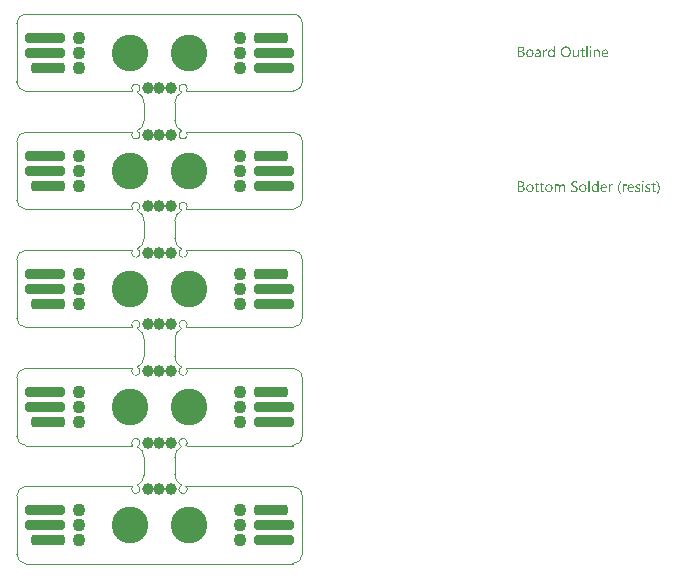
<source format=gbs>
G04*
G04 #@! TF.GenerationSoftware,Altium Limited,Altium Designer,21.3.2 (30)*
G04*
G04 Layer_Color=16711935*
%FSAX25Y25*%
%MOIN*%
G70*
G04*
G04 #@! TF.SameCoordinates,95C765EB-83B6-4E62-A68E-D1C90A93CB07*
G04*
G04*
G04 #@! TF.FilePolarity,Negative*
G04*
G01*
G75*
%ADD10C,0.00394*%
%ADD13C,0.12205*%
%ADD15C,0.00591*%
%ADD16C,0.03937*%
G04:AMPARAMS|DCode=25|XSize=35.43mil|YSize=135.83mil|CornerRadius=13.82mil|HoleSize=0mil|Usage=FLASHONLY|Rotation=270.000|XOffset=0mil|YOffset=0mil|HoleType=Round|Shape=RoundedRectangle|*
%AMROUNDEDRECTD25*
21,1,0.03543,0.10819,0,0,270.0*
21,1,0.00780,0.13583,0,0,270.0*
1,1,0.02764,-0.05409,-0.00390*
1,1,0.02764,-0.05409,0.00390*
1,1,0.02764,0.05409,0.00390*
1,1,0.02764,0.05409,-0.00390*
%
%ADD25ROUNDEDRECTD25*%
G04:AMPARAMS|DCode=26|XSize=35.43mil|YSize=116.14mil|CornerRadius=13.82mil|HoleSize=0mil|Usage=FLASHONLY|Rotation=270.000|XOffset=0mil|YOffset=0mil|HoleType=Round|Shape=RoundedRectangle|*
%AMROUNDEDRECTD26*
21,1,0.03543,0.08850,0,0,270.0*
21,1,0.00780,0.11614,0,0,270.0*
1,1,0.02764,-0.04425,-0.00390*
1,1,0.02764,-0.04425,0.00390*
1,1,0.02764,0.04425,0.00390*
1,1,0.02764,0.04425,-0.00390*
%
%ADD26ROUNDEDRECTD26*%
%ADD27C,0.04331*%
G36*
X0143757Y0080889D02*
X0143784Y0080883D01*
X0143812Y0080873D01*
X0143843Y0080858D01*
X0143874Y0080839D01*
X0143905Y0080815D01*
X0143908Y0080812D01*
X0143917Y0080802D01*
X0143930Y0080787D01*
X0143945Y0080765D01*
X0143957Y0080737D01*
X0143970Y0080707D01*
X0143979Y0080669D01*
X0143982Y0080629D01*
Y0080623D01*
Y0080611D01*
X0143979Y0080592D01*
X0143973Y0080564D01*
X0143964Y0080537D01*
X0143948Y0080506D01*
X0143930Y0080475D01*
X0143905Y0080444D01*
X0143902Y0080441D01*
X0143893Y0080431D01*
X0143874Y0080419D01*
X0143852Y0080407D01*
X0143825Y0080394D01*
X0143794Y0080382D01*
X0143760Y0080373D01*
X0143719Y0080370D01*
X0143701D01*
X0143682Y0080373D01*
X0143655Y0080379D01*
X0143627Y0080388D01*
X0143596Y0080401D01*
X0143565Y0080416D01*
X0143534Y0080441D01*
X0143531Y0080444D01*
X0143522Y0080453D01*
X0143509Y0080472D01*
X0143497Y0080493D01*
X0143485Y0080518D01*
X0143472Y0080552D01*
X0143463Y0080589D01*
X0143460Y0080629D01*
Y0080635D01*
Y0080648D01*
X0143463Y0080669D01*
X0143469Y0080694D01*
X0143479Y0080725D01*
X0143491Y0080756D01*
X0143509Y0080787D01*
X0143534Y0080815D01*
X0143537Y0080818D01*
X0143546Y0080827D01*
X0143565Y0080839D01*
X0143587Y0080855D01*
X0143614Y0080867D01*
X0143645Y0080879D01*
X0143679Y0080889D01*
X0143719Y0080892D01*
X0143738D01*
X0143757Y0080889D01*
D02*
G37*
G36*
X0131789Y0077224D02*
X0131387D01*
Y0077647D01*
X0131378D01*
X0131375Y0077641D01*
X0131366Y0077626D01*
X0131347Y0077604D01*
X0131325Y0077573D01*
X0131295Y0077536D01*
X0131261Y0077496D01*
X0131217Y0077453D01*
X0131165Y0077406D01*
X0131109Y0077360D01*
X0131044Y0077317D01*
X0130973Y0077277D01*
X0130896Y0077240D01*
X0130813Y0077209D01*
X0130720Y0077187D01*
X0130621Y0077171D01*
X0130516Y0077165D01*
X0130494D01*
X0130470Y0077168D01*
X0130439Y0077171D01*
X0130398Y0077175D01*
X0130352Y0077184D01*
X0130300Y0077193D01*
X0130244Y0077209D01*
X0130185Y0077224D01*
X0130123Y0077249D01*
X0130062Y0077273D01*
X0129997Y0077307D01*
X0129935Y0077345D01*
X0129873Y0077391D01*
X0129815Y0077443D01*
X0129759Y0077502D01*
X0129756Y0077505D01*
X0129746Y0077518D01*
X0129734Y0077536D01*
X0129716Y0077564D01*
X0129694Y0077598D01*
X0129669Y0077638D01*
X0129645Y0077688D01*
X0129620Y0077743D01*
X0129592Y0077805D01*
X0129567Y0077873D01*
X0129543Y0077950D01*
X0129521Y0078031D01*
X0129502Y0078117D01*
X0129490Y0078213D01*
X0129481Y0078312D01*
X0129478Y0078417D01*
Y0078420D01*
Y0078423D01*
Y0078432D01*
Y0078445D01*
X0129481Y0078475D01*
X0129484Y0078519D01*
X0129487Y0078574D01*
X0129493Y0078633D01*
X0129502Y0078701D01*
X0129518Y0078775D01*
X0129533Y0078852D01*
X0129555Y0078936D01*
X0129580Y0079016D01*
X0129611Y0079103D01*
X0129645Y0079183D01*
X0129688Y0079264D01*
X0129734Y0079341D01*
X0129790Y0079415D01*
X0129793Y0079418D01*
X0129805Y0079430D01*
X0129824Y0079449D01*
X0129849Y0079474D01*
X0129879Y0079501D01*
X0129917Y0079535D01*
X0129963Y0079569D01*
X0130012Y0079603D01*
X0130071Y0079637D01*
X0130133Y0079671D01*
X0130201Y0079705D01*
X0130275Y0079733D01*
X0130355Y0079758D01*
X0130442Y0079776D01*
X0130531Y0079789D01*
X0130627Y0079792D01*
X0130649D01*
X0130677Y0079789D01*
X0130711Y0079786D01*
X0130754Y0079779D01*
X0130803Y0079770D01*
X0130856Y0079758D01*
X0130915Y0079742D01*
X0130976Y0079721D01*
X0131038Y0079693D01*
X0131100Y0079659D01*
X0131162Y0079619D01*
X0131220Y0079572D01*
X0131279Y0079520D01*
X0131332Y0079455D01*
X0131378Y0079384D01*
X0131387D01*
Y0080938D01*
X0131789D01*
Y0077224D01*
D02*
G37*
G36*
X0146003Y0079789D02*
X0146031D01*
X0146065Y0079783D01*
X0146105Y0079776D01*
X0146148Y0079770D01*
X0146195Y0079758D01*
X0146244Y0079746D01*
X0146297Y0079727D01*
X0146349Y0079705D01*
X0146402Y0079677D01*
X0146451Y0079647D01*
X0146501Y0079613D01*
X0146547Y0079569D01*
X0146590Y0079523D01*
X0146593Y0079520D01*
X0146599Y0079511D01*
X0146612Y0079495D01*
X0146624Y0079474D01*
X0146640Y0079446D01*
X0146658Y0079412D01*
X0146680Y0079372D01*
X0146701Y0079328D01*
X0146720Y0079276D01*
X0146741Y0079220D01*
X0146760Y0079155D01*
X0146775Y0079087D01*
X0146788Y0079013D01*
X0146800Y0078933D01*
X0146806Y0078849D01*
X0146809Y0078757D01*
Y0077224D01*
X0146408D01*
Y0078655D01*
Y0078658D01*
Y0078664D01*
Y0078673D01*
Y0078689D01*
X0146405Y0078707D01*
Y0078729D01*
X0146398Y0078778D01*
X0146389Y0078840D01*
X0146377Y0078908D01*
X0146358Y0078979D01*
X0146334Y0079053D01*
X0146303Y0079128D01*
X0146266Y0079199D01*
X0146219Y0079267D01*
X0146161Y0079328D01*
X0146096Y0079378D01*
X0146059Y0079399D01*
X0146015Y0079418D01*
X0145972Y0079433D01*
X0145926Y0079443D01*
X0145876Y0079449D01*
X0145824Y0079452D01*
X0145796D01*
X0145774Y0079449D01*
X0145750Y0079446D01*
X0145719Y0079440D01*
X0145685Y0079433D01*
X0145651Y0079424D01*
X0145611Y0079412D01*
X0145570Y0079396D01*
X0145530Y0079378D01*
X0145487Y0079356D01*
X0145447Y0079328D01*
X0145404Y0079298D01*
X0145363Y0079264D01*
X0145326Y0079223D01*
X0145323Y0079220D01*
X0145317Y0079214D01*
X0145308Y0079202D01*
X0145295Y0079183D01*
X0145280Y0079162D01*
X0145264Y0079134D01*
X0145246Y0079103D01*
X0145227Y0079069D01*
X0145209Y0079029D01*
X0145190Y0078985D01*
X0145175Y0078939D01*
X0145159Y0078890D01*
X0145147Y0078834D01*
X0145138Y0078778D01*
X0145132Y0078716D01*
X0145129Y0078655D01*
Y0077224D01*
X0144727D01*
Y0079733D01*
X0145129D01*
Y0079316D01*
X0145138D01*
X0145141Y0079322D01*
X0145150Y0079338D01*
X0145169Y0079359D01*
X0145190Y0079390D01*
X0145221Y0079427D01*
X0145255Y0079467D01*
X0145299Y0079511D01*
X0145348Y0079554D01*
X0145404Y0079597D01*
X0145465Y0079640D01*
X0145533Y0079681D01*
X0145604Y0079718D01*
X0145685Y0079749D01*
X0145771Y0079770D01*
X0145864Y0079786D01*
X0145963Y0079792D01*
X0145981D01*
X0146003Y0079789D01*
D02*
G37*
G36*
X0129027Y0079773D02*
X0129060D01*
X0129098Y0079767D01*
X0129138Y0079761D01*
X0129178Y0079755D01*
X0129212Y0079742D01*
Y0079325D01*
X0129206Y0079328D01*
X0129193Y0079338D01*
X0129169Y0079350D01*
X0129135Y0079365D01*
X0129088Y0079381D01*
X0129039Y0079393D01*
X0128977Y0079403D01*
X0128906Y0079406D01*
X0128881D01*
X0128863Y0079403D01*
X0128841Y0079399D01*
X0128816Y0079393D01*
X0128758Y0079375D01*
X0128724Y0079362D01*
X0128690Y0079347D01*
X0128653Y0079325D01*
X0128616Y0079304D01*
X0128582Y0079276D01*
X0128544Y0079242D01*
X0128510Y0079205D01*
X0128477Y0079162D01*
X0128473Y0079158D01*
X0128470Y0079149D01*
X0128461Y0079137D01*
X0128449Y0079118D01*
X0128436Y0079093D01*
X0128421Y0079063D01*
X0128405Y0079029D01*
X0128390Y0078988D01*
X0128375Y0078945D01*
X0128359Y0078896D01*
X0128344Y0078840D01*
X0128331Y0078781D01*
X0128319Y0078716D01*
X0128310Y0078649D01*
X0128307Y0078578D01*
X0128304Y0078500D01*
Y0077224D01*
X0127902D01*
Y0079733D01*
X0128304D01*
Y0079214D01*
X0128313D01*
Y0079217D01*
X0128316Y0079226D01*
X0128322Y0079239D01*
X0128328Y0079257D01*
X0128338Y0079279D01*
X0128350Y0079307D01*
X0128378Y0079365D01*
X0128415Y0079433D01*
X0128461Y0079501D01*
X0128514Y0079566D01*
X0128575Y0079628D01*
X0128578Y0079631D01*
X0128585Y0079634D01*
X0128594Y0079640D01*
X0128606Y0079653D01*
X0128622Y0079662D01*
X0128643Y0079674D01*
X0128690Y0079702D01*
X0128749Y0079730D01*
X0128816Y0079755D01*
X0128891Y0079770D01*
X0128931Y0079773D01*
X0128971Y0079776D01*
X0128996D01*
X0129027Y0079773D01*
D02*
G37*
G36*
X0139789Y0077224D02*
X0139387D01*
Y0077620D01*
X0139378D01*
X0139375Y0077613D01*
X0139366Y0077601D01*
X0139350Y0077576D01*
X0139332Y0077548D01*
X0139304Y0077514D01*
X0139270Y0077477D01*
X0139233Y0077434D01*
X0139187Y0077394D01*
X0139137Y0077351D01*
X0139078Y0077311D01*
X0139016Y0077270D01*
X0138945Y0077236D01*
X0138868Y0077209D01*
X0138788Y0077184D01*
X0138698Y0077171D01*
X0138602Y0077165D01*
X0138581D01*
X0138565Y0077168D01*
X0138544D01*
X0138519Y0077171D01*
X0138491Y0077178D01*
X0138463Y0077181D01*
X0138395Y0077199D01*
X0138318Y0077221D01*
X0138238Y0077255D01*
X0138198Y0077277D01*
X0138154Y0077298D01*
X0138111Y0077326D01*
X0138071Y0077354D01*
X0138031Y0077388D01*
X0137991Y0077425D01*
X0137951Y0077468D01*
X0137913Y0077511D01*
X0137879Y0077561D01*
X0137845Y0077617D01*
X0137818Y0077675D01*
X0137790Y0077737D01*
X0137765Y0077805D01*
X0137743Y0077879D01*
X0137728Y0077960D01*
X0137716Y0078043D01*
X0137709Y0078136D01*
X0137706Y0078231D01*
Y0079733D01*
X0138105D01*
Y0078296D01*
Y0078293D01*
Y0078287D01*
Y0078278D01*
Y0078262D01*
X0138108Y0078244D01*
Y0078222D01*
X0138114Y0078173D01*
X0138124Y0078111D01*
X0138136Y0078046D01*
X0138157Y0077972D01*
X0138182Y0077901D01*
X0138213Y0077827D01*
X0138253Y0077753D01*
X0138303Y0077688D01*
X0138361Y0077626D01*
X0138433Y0077576D01*
X0138470Y0077555D01*
X0138513Y0077536D01*
X0138559Y0077521D01*
X0138606Y0077511D01*
X0138658Y0077505D01*
X0138714Y0077502D01*
X0138742D01*
X0138763Y0077505D01*
X0138788Y0077508D01*
X0138816Y0077514D01*
X0138850Y0077521D01*
X0138884Y0077530D01*
X0138921Y0077539D01*
X0138961Y0077555D01*
X0139001Y0077573D01*
X0139041Y0077595D01*
X0139081Y0077620D01*
X0139122Y0077647D01*
X0139159Y0077681D01*
X0139196Y0077719D01*
X0139199Y0077722D01*
X0139205Y0077728D01*
X0139214Y0077740D01*
X0139227Y0077759D01*
X0139239Y0077780D01*
X0139258Y0077805D01*
X0139273Y0077836D01*
X0139292Y0077870D01*
X0139310Y0077910D01*
X0139325Y0077953D01*
X0139344Y0078000D01*
X0139356Y0078049D01*
X0139369Y0078105D01*
X0139378Y0078160D01*
X0139384Y0078222D01*
X0139387Y0078287D01*
Y0079733D01*
X0139789D01*
Y0077224D01*
D02*
G37*
G36*
X0143914D02*
X0143512D01*
Y0079733D01*
X0143914D01*
Y0077224D01*
D02*
G37*
G36*
X0142700D02*
X0142298D01*
Y0080938D01*
X0142700D01*
Y0077224D01*
D02*
G37*
G36*
X0126298Y0079789D02*
X0126320D01*
X0126341Y0079786D01*
X0126369Y0079783D01*
X0126400Y0079776D01*
X0126465Y0079764D01*
X0126542Y0079742D01*
X0126620Y0079715D01*
X0126703Y0079674D01*
X0126786Y0079625D01*
X0126827Y0079597D01*
X0126867Y0079563D01*
X0126904Y0079526D01*
X0126941Y0079489D01*
X0126975Y0079446D01*
X0127006Y0079396D01*
X0127037Y0079347D01*
X0127064Y0079291D01*
X0127086Y0079229D01*
X0127108Y0079165D01*
X0127123Y0079097D01*
X0127136Y0079019D01*
X0127142Y0078942D01*
X0127145Y0078856D01*
Y0077224D01*
X0126743D01*
Y0077613D01*
X0126734D01*
X0126731Y0077607D01*
X0126721Y0077595D01*
X0126706Y0077573D01*
X0126684Y0077542D01*
X0126656Y0077508D01*
X0126622Y0077471D01*
X0126585Y0077431D01*
X0126539Y0077391D01*
X0126487Y0077348D01*
X0126431Y0077307D01*
X0126366Y0077270D01*
X0126298Y0077236D01*
X0126221Y0077205D01*
X0126140Y0077184D01*
X0126054Y0077171D01*
X0125961Y0077165D01*
X0125924D01*
X0125900Y0077168D01*
X0125869Y0077171D01*
X0125831Y0077175D01*
X0125791Y0077181D01*
X0125748Y0077190D01*
X0125652Y0077215D01*
X0125606Y0077230D01*
X0125557Y0077249D01*
X0125507Y0077270D01*
X0125461Y0077298D01*
X0125417Y0077329D01*
X0125374Y0077363D01*
X0125371Y0077366D01*
X0125365Y0077372D01*
X0125356Y0077385D01*
X0125340Y0077400D01*
X0125325Y0077419D01*
X0125309Y0077443D01*
X0125288Y0077471D01*
X0125269Y0077502D01*
X0125251Y0077539D01*
X0125232Y0077579D01*
X0125214Y0077623D01*
X0125198Y0077669D01*
X0125183Y0077719D01*
X0125173Y0077771D01*
X0125167Y0077830D01*
X0125164Y0077888D01*
Y0077891D01*
Y0077898D01*
Y0077907D01*
X0125167Y0077919D01*
Y0077935D01*
X0125170Y0077953D01*
X0125176Y0078000D01*
X0125189Y0078055D01*
X0125207Y0078117D01*
X0125232Y0078185D01*
X0125269Y0078256D01*
X0125312Y0078327D01*
X0125365Y0078398D01*
X0125399Y0078432D01*
X0125433Y0078466D01*
X0125473Y0078500D01*
X0125513Y0078531D01*
X0125560Y0078562D01*
X0125609Y0078590D01*
X0125662Y0078615D01*
X0125720Y0078639D01*
X0125782Y0078661D01*
X0125847Y0078680D01*
X0125918Y0078695D01*
X0125992Y0078707D01*
X0126743Y0078812D01*
Y0078815D01*
Y0078819D01*
Y0078828D01*
Y0078840D01*
X0126740Y0078871D01*
X0126734Y0078911D01*
X0126728Y0078961D01*
X0126715Y0079016D01*
X0126700Y0079072D01*
X0126678Y0079134D01*
X0126650Y0079192D01*
X0126616Y0079251D01*
X0126576Y0079304D01*
X0126527Y0079353D01*
X0126465Y0079393D01*
X0126397Y0079424D01*
X0126360Y0079436D01*
X0126317Y0079446D01*
X0126273Y0079449D01*
X0126227Y0079452D01*
X0126205D01*
X0126184Y0079449D01*
X0126150Y0079446D01*
X0126110Y0079443D01*
X0126063Y0079436D01*
X0126011Y0079427D01*
X0125955Y0079415D01*
X0125893Y0079396D01*
X0125828Y0079378D01*
X0125760Y0079353D01*
X0125689Y0079322D01*
X0125618Y0079285D01*
X0125547Y0079245D01*
X0125476Y0079199D01*
X0125408Y0079143D01*
Y0079554D01*
X0125411Y0079557D01*
X0125424Y0079563D01*
X0125445Y0079576D01*
X0125473Y0079591D01*
X0125510Y0079610D01*
X0125550Y0079628D01*
X0125600Y0079650D01*
X0125655Y0079674D01*
X0125714Y0079696D01*
X0125779Y0079718D01*
X0125850Y0079736D01*
X0125924Y0079755D01*
X0126005Y0079770D01*
X0126085Y0079783D01*
X0126171Y0079789D01*
X0126261Y0079792D01*
X0126283D01*
X0126298Y0079789D01*
D02*
G37*
G36*
X0120662Y0080734D02*
X0120699Y0080731D01*
X0120742Y0080725D01*
X0120792Y0080719D01*
X0120847Y0080710D01*
X0120903Y0080697D01*
X0120962Y0080682D01*
X0121023Y0080663D01*
X0121082Y0080642D01*
X0121144Y0080617D01*
X0121200Y0080586D01*
X0121255Y0080552D01*
X0121308Y0080512D01*
X0121311Y0080509D01*
X0121320Y0080503D01*
X0121333Y0080490D01*
X0121348Y0080472D01*
X0121370Y0080450D01*
X0121391Y0080422D01*
X0121416Y0080391D01*
X0121441Y0080357D01*
X0121465Y0080317D01*
X0121490Y0080274D01*
X0121512Y0080225D01*
X0121533Y0080175D01*
X0121549Y0080119D01*
X0121561Y0080061D01*
X0121570Y0079999D01*
X0121573Y0079934D01*
Y0079931D01*
Y0079922D01*
Y0079906D01*
X0121570Y0079885D01*
X0121567Y0079857D01*
X0121564Y0079829D01*
X0121561Y0079795D01*
X0121555Y0079758D01*
X0121533Y0079674D01*
X0121505Y0079588D01*
X0121487Y0079542D01*
X0121465Y0079498D01*
X0121441Y0079455D01*
X0121413Y0079412D01*
X0121410Y0079409D01*
X0121407Y0079403D01*
X0121397Y0079390D01*
X0121382Y0079375D01*
X0121367Y0079359D01*
X0121348Y0079338D01*
X0121323Y0079316D01*
X0121299Y0079291D01*
X0121268Y0079267D01*
X0121234Y0079239D01*
X0121196Y0079214D01*
X0121156Y0079186D01*
X0121113Y0079162D01*
X0121070Y0079140D01*
X0120968Y0079100D01*
Y0079090D01*
X0120971D01*
X0120983Y0079087D01*
X0121002Y0079084D01*
X0121027Y0079081D01*
X0121057Y0079075D01*
X0121091Y0079066D01*
X0121132Y0079053D01*
X0121172Y0079041D01*
X0121261Y0079007D01*
X0121311Y0078985D01*
X0121357Y0078958D01*
X0121404Y0078930D01*
X0121450Y0078899D01*
X0121496Y0078862D01*
X0121536Y0078822D01*
X0121539Y0078819D01*
X0121546Y0078812D01*
X0121555Y0078800D01*
X0121570Y0078781D01*
X0121586Y0078757D01*
X0121604Y0078732D01*
X0121623Y0078698D01*
X0121645Y0078664D01*
X0121663Y0078624D01*
X0121682Y0078578D01*
X0121700Y0078531D01*
X0121716Y0078479D01*
X0121731Y0078420D01*
X0121740Y0078361D01*
X0121747Y0078299D01*
X0121750Y0078231D01*
Y0078225D01*
Y0078213D01*
X0121747Y0078188D01*
X0121743Y0078157D01*
X0121740Y0078117D01*
X0121731Y0078074D01*
X0121722Y0078024D01*
X0121709Y0077972D01*
X0121691Y0077913D01*
X0121669Y0077854D01*
X0121645Y0077796D01*
X0121614Y0077734D01*
X0121577Y0077672D01*
X0121533Y0077613D01*
X0121484Y0077558D01*
X0121425Y0077502D01*
X0121422Y0077499D01*
X0121410Y0077490D01*
X0121391Y0077477D01*
X0121367Y0077459D01*
X0121335Y0077437D01*
X0121295Y0077416D01*
X0121252Y0077388D01*
X0121203Y0077363D01*
X0121144Y0077338D01*
X0121082Y0077314D01*
X0121017Y0077289D01*
X0120943Y0077267D01*
X0120866Y0077249D01*
X0120785Y0077236D01*
X0120699Y0077227D01*
X0120609Y0077224D01*
X0119587D01*
Y0080737D01*
X0120628D01*
X0120662Y0080734D01*
D02*
G37*
G36*
X0141130Y0079733D02*
X0141763D01*
Y0079387D01*
X0141130D01*
Y0077975D01*
Y0077972D01*
Y0077963D01*
Y0077950D01*
Y0077935D01*
X0141133Y0077913D01*
X0141136Y0077888D01*
X0141142Y0077836D01*
X0141152Y0077774D01*
X0141167Y0077715D01*
X0141189Y0077660D01*
X0141201Y0077635D01*
X0141217Y0077613D01*
X0141220Y0077610D01*
X0141232Y0077598D01*
X0141254Y0077579D01*
X0141285Y0077561D01*
X0141325Y0077539D01*
X0141374Y0077524D01*
X0141433Y0077511D01*
X0141501Y0077505D01*
X0141526D01*
X0141553Y0077508D01*
X0141590Y0077514D01*
X0141631Y0077527D01*
X0141677Y0077539D01*
X0141720Y0077561D01*
X0141763Y0077589D01*
Y0077246D01*
X0141760D01*
X0141757Y0077243D01*
X0141748Y0077240D01*
X0141739Y0077233D01*
X0141705Y0077221D01*
X0141665Y0077209D01*
X0141609Y0077196D01*
X0141544Y0077184D01*
X0141470Y0077175D01*
X0141387Y0077171D01*
X0141359D01*
X0141325Y0077178D01*
X0141285Y0077184D01*
X0141235Y0077193D01*
X0141180Y0077212D01*
X0141118Y0077233D01*
X0141059Y0077264D01*
X0140997Y0077301D01*
X0140935Y0077351D01*
X0140880Y0077409D01*
X0140855Y0077443D01*
X0140830Y0077481D01*
X0140809Y0077521D01*
X0140790Y0077564D01*
X0140772Y0077610D01*
X0140756Y0077663D01*
X0140744Y0077715D01*
X0140735Y0077774D01*
X0140732Y0077836D01*
X0140728Y0077904D01*
Y0079387D01*
X0140299D01*
Y0079733D01*
X0140728D01*
Y0080345D01*
X0141130Y0080475D01*
Y0079733D01*
D02*
G37*
G36*
X0148599Y0079789D02*
X0148633Y0079786D01*
X0148676Y0079783D01*
X0148722Y0079776D01*
X0148775Y0079764D01*
X0148830Y0079752D01*
X0148892Y0079736D01*
X0148954Y0079715D01*
X0149016Y0079687D01*
X0149081Y0079656D01*
X0149143Y0079619D01*
X0149201Y0079576D01*
X0149260Y0079526D01*
X0149312Y0079470D01*
X0149316Y0079467D01*
X0149325Y0079455D01*
X0149337Y0079436D01*
X0149356Y0079412D01*
X0149374Y0079381D01*
X0149399Y0079341D01*
X0149424Y0079294D01*
X0149448Y0079242D01*
X0149473Y0079180D01*
X0149498Y0079115D01*
X0149522Y0079041D01*
X0149541Y0078964D01*
X0149560Y0078877D01*
X0149572Y0078788D01*
X0149581Y0078689D01*
X0149584Y0078587D01*
Y0078377D01*
X0147811D01*
Y0078370D01*
Y0078358D01*
X0147814Y0078337D01*
X0147817Y0078309D01*
X0147820Y0078272D01*
X0147826Y0078231D01*
X0147832Y0078188D01*
X0147845Y0078139D01*
X0147872Y0078034D01*
X0147891Y0077981D01*
X0147913Y0077925D01*
X0147937Y0077873D01*
X0147965Y0077820D01*
X0147999Y0077774D01*
X0148036Y0077728D01*
X0148039Y0077725D01*
X0148046Y0077719D01*
X0148058Y0077706D01*
X0148076Y0077694D01*
X0148098Y0077675D01*
X0148126Y0077657D01*
X0148157Y0077635D01*
X0148191Y0077617D01*
X0148231Y0077595D01*
X0148277Y0077573D01*
X0148324Y0077555D01*
X0148379Y0077536D01*
X0148435Y0077524D01*
X0148497Y0077511D01*
X0148562Y0077505D01*
X0148629Y0077502D01*
X0148648D01*
X0148670Y0077505D01*
X0148701D01*
X0148738Y0077511D01*
X0148781Y0077518D01*
X0148830Y0077527D01*
X0148886Y0077536D01*
X0148945Y0077552D01*
X0149006Y0077570D01*
X0149071Y0077592D01*
X0149136Y0077620D01*
X0149204Y0077650D01*
X0149272Y0077688D01*
X0149340Y0077731D01*
X0149408Y0077780D01*
Y0077403D01*
X0149405Y0077400D01*
X0149393Y0077394D01*
X0149374Y0077382D01*
X0149349Y0077366D01*
X0149316Y0077348D01*
X0149275Y0077329D01*
X0149229Y0077307D01*
X0149176Y0077286D01*
X0149115Y0077261D01*
X0149050Y0077240D01*
X0148979Y0077221D01*
X0148901Y0077202D01*
X0148818Y0077187D01*
X0148728Y0077175D01*
X0148633Y0077168D01*
X0148534Y0077165D01*
X0148509D01*
X0148484Y0077168D01*
X0148447Y0077171D01*
X0148401Y0077175D01*
X0148348Y0077184D01*
X0148293Y0077193D01*
X0148231Y0077209D01*
X0148166Y0077227D01*
X0148098Y0077249D01*
X0148027Y0077277D01*
X0147959Y0077307D01*
X0147888Y0077348D01*
X0147823Y0077394D01*
X0147758Y0077447D01*
X0147699Y0077505D01*
X0147696Y0077508D01*
X0147687Y0077521D01*
X0147672Y0077542D01*
X0147653Y0077570D01*
X0147628Y0077604D01*
X0147604Y0077647D01*
X0147576Y0077697D01*
X0147548Y0077756D01*
X0147520Y0077817D01*
X0147492Y0077891D01*
X0147468Y0077969D01*
X0147443Y0078055D01*
X0147424Y0078148D01*
X0147409Y0078247D01*
X0147400Y0078355D01*
X0147397Y0078466D01*
Y0078469D01*
Y0078472D01*
Y0078482D01*
Y0078491D01*
X0147400Y0078522D01*
X0147403Y0078565D01*
X0147406Y0078615D01*
X0147415Y0078670D01*
X0147424Y0078735D01*
X0147437Y0078806D01*
X0147455Y0078880D01*
X0147477Y0078958D01*
X0147505Y0079038D01*
X0147536Y0079118D01*
X0147573Y0079195D01*
X0147619Y0079276D01*
X0147669Y0079350D01*
X0147727Y0079421D01*
X0147730Y0079424D01*
X0147743Y0079436D01*
X0147761Y0079455D01*
X0147786Y0079480D01*
X0147820Y0079508D01*
X0147860Y0079539D01*
X0147903Y0079572D01*
X0147956Y0079606D01*
X0148012Y0079640D01*
X0148076Y0079674D01*
X0148144Y0079705D01*
X0148215Y0079733D01*
X0148293Y0079758D01*
X0148376Y0079776D01*
X0148463Y0079789D01*
X0148552Y0079792D01*
X0148574D01*
X0148599Y0079789D01*
D02*
G37*
G36*
X0135556Y0080793D02*
X0135577D01*
X0135599Y0080790D01*
X0135627D01*
X0135689Y0080781D01*
X0135760Y0080771D01*
X0135840Y0080756D01*
X0135926Y0080734D01*
X0136016Y0080710D01*
X0136112Y0080676D01*
X0136208Y0080635D01*
X0136307Y0080589D01*
X0136406Y0080533D01*
X0136498Y0080469D01*
X0136591Y0080391D01*
X0136677Y0080305D01*
X0136684Y0080299D01*
X0136696Y0080283D01*
X0136718Y0080255D01*
X0136749Y0080215D01*
X0136779Y0080166D01*
X0136820Y0080107D01*
X0136860Y0080039D01*
X0136900Y0079962D01*
X0136940Y0079872D01*
X0136980Y0079776D01*
X0137020Y0079671D01*
X0137054Y0079557D01*
X0137082Y0079433D01*
X0137104Y0079304D01*
X0137116Y0079168D01*
X0137122Y0079023D01*
Y0079019D01*
Y0079013D01*
Y0079001D01*
Y0078985D01*
X0137119Y0078964D01*
Y0078939D01*
X0137116Y0078911D01*
Y0078880D01*
X0137113Y0078846D01*
X0137110Y0078809D01*
X0137098Y0078726D01*
X0137085Y0078630D01*
X0137067Y0078531D01*
X0137042Y0078423D01*
X0137011Y0078312D01*
X0136974Y0078201D01*
X0136931Y0078086D01*
X0136878Y0077975D01*
X0136817Y0077864D01*
X0136745Y0077762D01*
X0136665Y0077663D01*
X0136659Y0077657D01*
X0136643Y0077641D01*
X0136619Y0077617D01*
X0136582Y0077586D01*
X0136535Y0077548D01*
X0136480Y0077505D01*
X0136418Y0077462D01*
X0136344Y0077416D01*
X0136260Y0077369D01*
X0136168Y0077323D01*
X0136069Y0077280D01*
X0135960Y0077243D01*
X0135843Y0077212D01*
X0135720Y0077187D01*
X0135587Y0077171D01*
X0135448Y0077165D01*
X0135414D01*
X0135398Y0077168D01*
X0135377D01*
X0135352Y0077171D01*
X0135324Y0077175D01*
X0135259Y0077181D01*
X0135188Y0077190D01*
X0135105Y0077205D01*
X0135018Y0077227D01*
X0134922Y0077252D01*
X0134827Y0077286D01*
X0134728Y0077326D01*
X0134626Y0077372D01*
X0134527Y0077428D01*
X0134431Y0077496D01*
X0134335Y0077570D01*
X0134249Y0077657D01*
X0134242Y0077663D01*
X0134230Y0077678D01*
X0134209Y0077706D01*
X0134178Y0077746D01*
X0134144Y0077796D01*
X0134107Y0077854D01*
X0134066Y0077922D01*
X0134026Y0078003D01*
X0133983Y0078089D01*
X0133943Y0078185D01*
X0133906Y0078290D01*
X0133872Y0078404D01*
X0133841Y0078528D01*
X0133819Y0078658D01*
X0133807Y0078794D01*
X0133801Y0078939D01*
Y0078942D01*
Y0078948D01*
Y0078961D01*
Y0078976D01*
X0133804Y0078998D01*
Y0079019D01*
X0133807Y0079047D01*
Y0079078D01*
X0133810Y0079112D01*
X0133816Y0079152D01*
X0133825Y0079233D01*
X0133838Y0079325D01*
X0133859Y0079424D01*
X0133881Y0079532D01*
X0133912Y0079640D01*
X0133949Y0079752D01*
X0133992Y0079866D01*
X0134045Y0079977D01*
X0134107Y0080085D01*
X0134178Y0080190D01*
X0134258Y0080289D01*
X0134264Y0080295D01*
X0134280Y0080311D01*
X0134304Y0080336D01*
X0134341Y0080370D01*
X0134388Y0080407D01*
X0134446Y0080450D01*
X0134511Y0080496D01*
X0134585Y0080543D01*
X0134672Y0080589D01*
X0134765Y0080635D01*
X0134867Y0080679D01*
X0134978Y0080716D01*
X0135098Y0080750D01*
X0135225Y0080774D01*
X0135361Y0080790D01*
X0135506Y0080796D01*
X0135537D01*
X0135556Y0080793D01*
D02*
G37*
G36*
X0123570Y0079789D02*
X0123610Y0079786D01*
X0123656Y0079783D01*
X0123712Y0079773D01*
X0123770Y0079764D01*
X0123835Y0079749D01*
X0123906Y0079730D01*
X0123977Y0079708D01*
X0124049Y0079681D01*
X0124123Y0079647D01*
X0124194Y0079606D01*
X0124265Y0079560D01*
X0124330Y0079508D01*
X0124392Y0079446D01*
X0124395Y0079443D01*
X0124404Y0079430D01*
X0124419Y0079409D01*
X0124441Y0079381D01*
X0124466Y0079347D01*
X0124490Y0079304D01*
X0124521Y0079254D01*
X0124549Y0079195D01*
X0124580Y0079131D01*
X0124608Y0079059D01*
X0124633Y0078982D01*
X0124657Y0078896D01*
X0124679Y0078803D01*
X0124694Y0078704D01*
X0124704Y0078599D01*
X0124707Y0078488D01*
Y0078485D01*
Y0078482D01*
Y0078472D01*
Y0078460D01*
X0124704Y0078429D01*
X0124701Y0078389D01*
X0124697Y0078337D01*
X0124688Y0078278D01*
X0124679Y0078213D01*
X0124663Y0078142D01*
X0124645Y0078068D01*
X0124623Y0077987D01*
X0124595Y0077907D01*
X0124565Y0077827D01*
X0124524Y0077746D01*
X0124478Y0077669D01*
X0124425Y0077595D01*
X0124367Y0077524D01*
X0124364Y0077521D01*
X0124351Y0077508D01*
X0124333Y0077490D01*
X0124305Y0077468D01*
X0124271Y0077440D01*
X0124231Y0077409D01*
X0124181Y0077379D01*
X0124126Y0077345D01*
X0124064Y0077311D01*
X0123996Y0077280D01*
X0123922Y0077249D01*
X0123842Y0077221D01*
X0123752Y0077199D01*
X0123659Y0077181D01*
X0123563Y0077168D01*
X0123458Y0077165D01*
X0123434D01*
X0123406Y0077168D01*
X0123366Y0077171D01*
X0123319Y0077175D01*
X0123264Y0077184D01*
X0123205Y0077193D01*
X0123140Y0077209D01*
X0123069Y0077227D01*
X0122998Y0077252D01*
X0122924Y0077280D01*
X0122850Y0077314D01*
X0122775Y0077354D01*
X0122701Y0077400D01*
X0122633Y0077453D01*
X0122569Y0077514D01*
X0122565Y0077518D01*
X0122553Y0077530D01*
X0122538Y0077552D01*
X0122516Y0077579D01*
X0122491Y0077613D01*
X0122463Y0077657D01*
X0122436Y0077706D01*
X0122405Y0077765D01*
X0122374Y0077827D01*
X0122343Y0077898D01*
X0122315Y0077975D01*
X0122290Y0078058D01*
X0122269Y0078145D01*
X0122253Y0078241D01*
X0122241Y0078343D01*
X0122238Y0078448D01*
Y0078451D01*
Y0078454D01*
Y0078463D01*
Y0078475D01*
X0122241Y0078509D01*
X0122244Y0078553D01*
X0122247Y0078605D01*
X0122256Y0078667D01*
X0122266Y0078735D01*
X0122281Y0078809D01*
X0122300Y0078886D01*
X0122321Y0078967D01*
X0122349Y0079050D01*
X0122383Y0079134D01*
X0122423Y0079214D01*
X0122467Y0079291D01*
X0122519Y0079365D01*
X0122581Y0079436D01*
X0122584Y0079440D01*
X0122596Y0079452D01*
X0122618Y0079470D01*
X0122646Y0079492D01*
X0122680Y0079520D01*
X0122723Y0079548D01*
X0122772Y0079582D01*
X0122828Y0079616D01*
X0122890Y0079647D01*
X0122961Y0079681D01*
X0123038Y0079708D01*
X0123122Y0079736D01*
X0123211Y0079758D01*
X0123307Y0079776D01*
X0123409Y0079789D01*
X0123517Y0079792D01*
X0123542D01*
X0123570Y0079789D01*
D02*
G37*
G36*
X0161166Y0035958D02*
X0161194Y0035952D01*
X0161221Y0035943D01*
X0161252Y0035927D01*
X0161283Y0035909D01*
X0161314Y0035884D01*
X0161317Y0035881D01*
X0161326Y0035871D01*
X0161339Y0035856D01*
X0161354Y0035834D01*
X0161366Y0035807D01*
X0161379Y0035776D01*
X0161388Y0035739D01*
X0161391Y0035699D01*
Y0035692D01*
Y0035680D01*
X0161388Y0035661D01*
X0161382Y0035634D01*
X0161373Y0035606D01*
X0161357Y0035575D01*
X0161339Y0035544D01*
X0161314Y0035513D01*
X0161311Y0035510D01*
X0161302Y0035501D01*
X0161283Y0035488D01*
X0161261Y0035476D01*
X0161234Y0035464D01*
X0161203Y0035451D01*
X0161169Y0035442D01*
X0161129Y0035439D01*
X0161110D01*
X0161091Y0035442D01*
X0161064Y0035448D01*
X0161036Y0035457D01*
X0161005Y0035470D01*
X0160974Y0035485D01*
X0160943Y0035510D01*
X0160940Y0035513D01*
X0160931Y0035522D01*
X0160918Y0035541D01*
X0160906Y0035563D01*
X0160894Y0035587D01*
X0160881Y0035621D01*
X0160872Y0035658D01*
X0160869Y0035699D01*
Y0035705D01*
Y0035717D01*
X0160872Y0035739D01*
X0160878Y0035763D01*
X0160888Y0035794D01*
X0160900Y0035825D01*
X0160918Y0035856D01*
X0160943Y0035884D01*
X0160946Y0035887D01*
X0160956Y0035896D01*
X0160974Y0035909D01*
X0160996Y0035924D01*
X0161023Y0035936D01*
X0161054Y0035949D01*
X0161088Y0035958D01*
X0161129Y0035961D01*
X0161147D01*
X0161166Y0035958D01*
D02*
G37*
G36*
X0138587Y0035862D02*
X0138630D01*
X0138680Y0035859D01*
X0138735Y0035856D01*
X0138794Y0035850D01*
X0138918Y0035834D01*
X0139041Y0035813D01*
X0139103Y0035797D01*
X0139159Y0035782D01*
X0139214Y0035760D01*
X0139261Y0035739D01*
Y0035275D01*
X0139258Y0035278D01*
X0139245Y0035284D01*
X0139230Y0035294D01*
X0139205Y0035309D01*
X0139174Y0035325D01*
X0139137Y0035343D01*
X0139094Y0035365D01*
X0139044Y0035383D01*
X0138989Y0035405D01*
X0138927Y0035423D01*
X0138862Y0035442D01*
X0138791Y0035457D01*
X0138717Y0035473D01*
X0138637Y0035482D01*
X0138550Y0035488D01*
X0138460Y0035491D01*
X0138411D01*
X0138377Y0035488D01*
X0138337Y0035485D01*
X0138290Y0035479D01*
X0138241Y0035473D01*
X0138191Y0035464D01*
X0138185D01*
X0138170Y0035457D01*
X0138145Y0035451D01*
X0138111Y0035442D01*
X0138074Y0035430D01*
X0138034Y0035414D01*
X0137991Y0035392D01*
X0137951Y0035371D01*
X0137947Y0035368D01*
X0137932Y0035359D01*
X0137913Y0035346D01*
X0137889Y0035328D01*
X0137864Y0035303D01*
X0137833Y0035275D01*
X0137805Y0035244D01*
X0137780Y0035207D01*
X0137777Y0035204D01*
X0137771Y0035189D01*
X0137759Y0035167D01*
X0137750Y0035139D01*
X0137737Y0035105D01*
X0137725Y0035062D01*
X0137719Y0035016D01*
X0137716Y0034963D01*
Y0034957D01*
Y0034941D01*
X0137719Y0034914D01*
X0137722Y0034883D01*
X0137728Y0034846D01*
X0137737Y0034806D01*
X0137750Y0034765D01*
X0137765Y0034728D01*
X0137768Y0034725D01*
X0137774Y0034713D01*
X0137787Y0034694D01*
X0137802Y0034670D01*
X0137824Y0034642D01*
X0137848Y0034611D01*
X0137879Y0034580D01*
X0137913Y0034549D01*
X0137917Y0034546D01*
X0137932Y0034537D01*
X0137954Y0034518D01*
X0137981Y0034499D01*
X0138015Y0034475D01*
X0138056Y0034450D01*
X0138102Y0034419D01*
X0138151Y0034391D01*
X0138154D01*
X0138157Y0034388D01*
X0138176Y0034379D01*
X0138207Y0034364D01*
X0138244Y0034342D01*
X0138294Y0034320D01*
X0138349Y0034293D01*
X0138411Y0034262D01*
X0138476Y0034228D01*
X0138479D01*
X0138485Y0034225D01*
X0138494Y0034218D01*
X0138507Y0034212D01*
X0138525Y0034203D01*
X0138544Y0034194D01*
X0138590Y0034169D01*
X0138646Y0034138D01*
X0138707Y0034104D01*
X0138769Y0034070D01*
X0138834Y0034030D01*
X0138837D01*
X0138840Y0034027D01*
X0138850Y0034021D01*
X0138862Y0034011D01*
X0138896Y0033990D01*
X0138936Y0033962D01*
X0138982Y0033928D01*
X0139032Y0033891D01*
X0139081Y0033848D01*
X0139131Y0033801D01*
X0139137Y0033795D01*
X0139153Y0033780D01*
X0139174Y0033755D01*
X0139205Y0033721D01*
X0139236Y0033681D01*
X0139270Y0033634D01*
X0139301Y0033582D01*
X0139332Y0033526D01*
Y0033523D01*
X0139335Y0033520D01*
X0139338Y0033511D01*
X0139344Y0033498D01*
X0139356Y0033468D01*
X0139372Y0033427D01*
X0139384Y0033375D01*
X0139397Y0033316D01*
X0139406Y0033251D01*
X0139409Y0033180D01*
Y0033177D01*
Y0033168D01*
Y0033155D01*
Y0033137D01*
X0139406Y0033115D01*
X0139403Y0033087D01*
X0139400Y0033060D01*
X0139397Y0033029D01*
X0139384Y0032958D01*
X0139366Y0032884D01*
X0139341Y0032809D01*
X0139307Y0032738D01*
Y0032735D01*
X0139304Y0032729D01*
X0139298Y0032720D01*
X0139288Y0032707D01*
X0139267Y0032676D01*
X0139236Y0032633D01*
X0139196Y0032587D01*
X0139149Y0032537D01*
X0139094Y0032491D01*
X0139032Y0032445D01*
X0139029D01*
X0139023Y0032438D01*
X0139013Y0032435D01*
X0139001Y0032426D01*
X0138986Y0032417D01*
X0138964Y0032408D01*
X0138918Y0032383D01*
X0138859Y0032358D01*
X0138791Y0032330D01*
X0138717Y0032306D01*
X0138633Y0032284D01*
X0138630D01*
X0138624Y0032281D01*
X0138612D01*
X0138593Y0032278D01*
X0138575Y0032272D01*
X0138550Y0032269D01*
X0138522Y0032265D01*
X0138488Y0032259D01*
X0138417Y0032250D01*
X0138337Y0032244D01*
X0138250Y0032238D01*
X0138157Y0032235D01*
X0138124D01*
X0138102Y0032238D01*
X0138071D01*
X0138034Y0032241D01*
X0137994Y0032244D01*
X0137951Y0032250D01*
X0137944D01*
X0137929Y0032253D01*
X0137904Y0032256D01*
X0137873Y0032259D01*
X0137836Y0032265D01*
X0137793Y0032272D01*
X0137750Y0032278D01*
X0137700Y0032287D01*
X0137694D01*
X0137679Y0032290D01*
X0137654Y0032296D01*
X0137623Y0032306D01*
X0137586Y0032312D01*
X0137546Y0032324D01*
X0137459Y0032349D01*
X0137453Y0032352D01*
X0137441Y0032355D01*
X0137419Y0032364D01*
X0137394Y0032374D01*
X0137366Y0032386D01*
X0137336Y0032401D01*
X0137305Y0032417D01*
X0137277Y0032435D01*
Y0032921D01*
X0137280Y0032917D01*
X0137292Y0032908D01*
X0137311Y0032893D01*
X0137332Y0032877D01*
X0137363Y0032856D01*
X0137397Y0032834D01*
X0137434Y0032809D01*
X0137478Y0032788D01*
X0137484Y0032785D01*
X0137499Y0032778D01*
X0137521Y0032766D01*
X0137552Y0032754D01*
X0137589Y0032738D01*
X0137629Y0032720D01*
X0137675Y0032701D01*
X0137722Y0032686D01*
X0137728Y0032683D01*
X0137743Y0032680D01*
X0137771Y0032673D01*
X0137802Y0032664D01*
X0137842Y0032652D01*
X0137886Y0032642D01*
X0137981Y0032624D01*
X0137988D01*
X0138003Y0032621D01*
X0138028Y0032618D01*
X0138062Y0032615D01*
X0138099Y0032609D01*
X0138139Y0032605D01*
X0138222Y0032602D01*
X0138259D01*
X0138284Y0032605D01*
X0138315D01*
X0138352Y0032609D01*
X0138392Y0032615D01*
X0138436Y0032621D01*
X0138528Y0032636D01*
X0138621Y0032661D01*
X0138711Y0032695D01*
X0138751Y0032717D01*
X0138788Y0032741D01*
X0138791Y0032744D01*
X0138797Y0032748D01*
X0138806Y0032757D01*
X0138819Y0032769D01*
X0138831Y0032781D01*
X0138847Y0032800D01*
X0138865Y0032822D01*
X0138884Y0032846D01*
X0138899Y0032874D01*
X0138918Y0032902D01*
X0138949Y0032973D01*
X0138958Y0033013D01*
X0138967Y0033057D01*
X0138973Y0033100D01*
X0138976Y0033149D01*
Y0033152D01*
Y0033155D01*
Y0033174D01*
X0138973Y0033199D01*
X0138970Y0033233D01*
X0138961Y0033273D01*
X0138952Y0033313D01*
X0138936Y0033356D01*
X0138915Y0033396D01*
X0138911Y0033403D01*
X0138902Y0033415D01*
X0138890Y0033433D01*
X0138871Y0033461D01*
X0138847Y0033489D01*
X0138816Y0033523D01*
X0138782Y0033554D01*
X0138742Y0033588D01*
X0138735Y0033591D01*
X0138723Y0033603D01*
X0138698Y0033622D01*
X0138667Y0033644D01*
X0138627Y0033668D01*
X0138584Y0033696D01*
X0138534Y0033727D01*
X0138479Y0033755D01*
X0138476D01*
X0138473Y0033758D01*
X0138463Y0033764D01*
X0138454Y0033770D01*
X0138423Y0033786D01*
X0138383Y0033807D01*
X0138334Y0033832D01*
X0138278Y0033860D01*
X0138219Y0033891D01*
X0138154Y0033925D01*
X0138151D01*
X0138145Y0033928D01*
X0138136Y0033934D01*
X0138124Y0033940D01*
X0138090Y0033959D01*
X0138043Y0033983D01*
X0137991Y0034011D01*
X0137932Y0034042D01*
X0137811Y0034113D01*
X0137808D01*
X0137805Y0034116D01*
X0137796Y0034123D01*
X0137784Y0034129D01*
X0137756Y0034150D01*
X0137719Y0034175D01*
X0137675Y0034206D01*
X0137629Y0034243D01*
X0137583Y0034280D01*
X0137536Y0034323D01*
X0137530Y0034330D01*
X0137518Y0034345D01*
X0137496Y0034367D01*
X0137468Y0034398D01*
X0137441Y0034438D01*
X0137410Y0034481D01*
X0137379Y0034530D01*
X0137351Y0034583D01*
Y0034586D01*
X0137348Y0034589D01*
X0137345Y0034598D01*
X0137342Y0034611D01*
X0137329Y0034642D01*
X0137317Y0034682D01*
X0137305Y0034731D01*
X0137292Y0034790D01*
X0137286Y0034855D01*
X0137283Y0034926D01*
Y0034929D01*
Y0034935D01*
Y0034951D01*
X0137286Y0034966D01*
Y0034988D01*
X0137289Y0035013D01*
X0137295Y0035068D01*
X0137308Y0035133D01*
X0137326Y0035204D01*
X0137354Y0035275D01*
X0137388Y0035343D01*
Y0035346D01*
X0137394Y0035352D01*
X0137400Y0035362D01*
X0137407Y0035374D01*
X0137431Y0035405D01*
X0137462Y0035448D01*
X0137502Y0035495D01*
X0137549Y0035544D01*
X0137601Y0035590D01*
X0137663Y0035637D01*
X0137666D01*
X0137672Y0035643D01*
X0137682Y0035649D01*
X0137694Y0035655D01*
X0137709Y0035664D01*
X0137728Y0035677D01*
X0137777Y0035702D01*
X0137836Y0035729D01*
X0137901Y0035757D01*
X0137975Y0035785D01*
X0138056Y0035807D01*
X0138059D01*
X0138065Y0035810D01*
X0138077Y0035813D01*
X0138093Y0035816D01*
X0138114Y0035819D01*
X0138136Y0035825D01*
X0138164Y0035831D01*
X0138195Y0035838D01*
X0138263Y0035847D01*
X0138337Y0035856D01*
X0138420Y0035862D01*
X0138504Y0035865D01*
X0138553D01*
X0138587Y0035862D01*
D02*
G37*
G36*
X0146352Y0032293D02*
X0145950D01*
Y0032717D01*
X0145941D01*
X0145938Y0032710D01*
X0145929Y0032695D01*
X0145910Y0032673D01*
X0145889Y0032642D01*
X0145858Y0032605D01*
X0145824Y0032565D01*
X0145781Y0032522D01*
X0145728Y0032476D01*
X0145672Y0032429D01*
X0145607Y0032386D01*
X0145536Y0032346D01*
X0145459Y0032309D01*
X0145376Y0032278D01*
X0145283Y0032256D01*
X0145184Y0032241D01*
X0145079Y0032235D01*
X0145057D01*
X0145033Y0032238D01*
X0145002Y0032241D01*
X0144962Y0032244D01*
X0144915Y0032253D01*
X0144863Y0032262D01*
X0144807Y0032278D01*
X0144748Y0032293D01*
X0144687Y0032318D01*
X0144625Y0032343D01*
X0144560Y0032377D01*
X0144498Y0032414D01*
X0144436Y0032460D01*
X0144378Y0032513D01*
X0144322Y0032571D01*
X0144319Y0032574D01*
X0144310Y0032587D01*
X0144297Y0032605D01*
X0144279Y0032633D01*
X0144257Y0032667D01*
X0144232Y0032707D01*
X0144208Y0032757D01*
X0144183Y0032812D01*
X0144155Y0032874D01*
X0144131Y0032942D01*
X0144106Y0033019D01*
X0144084Y0033100D01*
X0144066Y0033186D01*
X0144053Y0033282D01*
X0144044Y0033381D01*
X0144041Y0033486D01*
Y0033489D01*
Y0033492D01*
Y0033501D01*
Y0033514D01*
X0144044Y0033545D01*
X0144047Y0033588D01*
X0144050Y0033644D01*
X0144056Y0033702D01*
X0144066Y0033770D01*
X0144081Y0033845D01*
X0144097Y0033922D01*
X0144118Y0034005D01*
X0144143Y0034086D01*
X0144174Y0034172D01*
X0144208Y0034252D01*
X0144251Y0034333D01*
X0144297Y0034410D01*
X0144353Y0034484D01*
X0144356Y0034487D01*
X0144368Y0034499D01*
X0144387Y0034518D01*
X0144412Y0034543D01*
X0144443Y0034571D01*
X0144480Y0034605D01*
X0144526Y0034639D01*
X0144575Y0034673D01*
X0144634Y0034707D01*
X0144696Y0034741D01*
X0144764Y0034775D01*
X0144838Y0034802D01*
X0144918Y0034827D01*
X0145005Y0034846D01*
X0145095Y0034858D01*
X0145190Y0034861D01*
X0145212D01*
X0145240Y0034858D01*
X0145274Y0034855D01*
X0145317Y0034849D01*
X0145367Y0034839D01*
X0145419Y0034827D01*
X0145478Y0034812D01*
X0145539Y0034790D01*
X0145601Y0034762D01*
X0145663Y0034728D01*
X0145725Y0034688D01*
X0145784Y0034642D01*
X0145842Y0034589D01*
X0145895Y0034524D01*
X0145941Y0034453D01*
X0145950D01*
Y0036007D01*
X0146352D01*
Y0032293D01*
D02*
G37*
G36*
X0163004Y0034858D02*
X0163032D01*
X0163066Y0034855D01*
X0163103Y0034852D01*
X0163143Y0034846D01*
X0163236Y0034833D01*
X0163332Y0034812D01*
X0163434Y0034784D01*
X0163533Y0034747D01*
Y0034339D01*
X0163530Y0034342D01*
X0163520Y0034348D01*
X0163505Y0034354D01*
X0163483Y0034367D01*
X0163458Y0034382D01*
X0163427Y0034398D01*
X0163391Y0034413D01*
X0163350Y0034432D01*
X0163304Y0034447D01*
X0163258Y0034462D01*
X0163205Y0034478D01*
X0163149Y0034493D01*
X0163088Y0034506D01*
X0163026Y0034512D01*
X0162964Y0034518D01*
X0162896Y0034521D01*
X0162856D01*
X0162828Y0034518D01*
X0162797Y0034515D01*
X0162763Y0034509D01*
X0162692Y0034493D01*
X0162689D01*
X0162677Y0034490D01*
X0162661Y0034484D01*
X0162640Y0034475D01*
X0162590Y0034453D01*
X0162538Y0034422D01*
X0162534Y0034419D01*
X0162528Y0034413D01*
X0162516Y0034404D01*
X0162501Y0034391D01*
X0162467Y0034357D01*
X0162436Y0034311D01*
Y0034308D01*
X0162429Y0034299D01*
X0162426Y0034286D01*
X0162420Y0034268D01*
X0162414Y0034249D01*
X0162408Y0034225D01*
X0162405Y0034197D01*
X0162402Y0034169D01*
Y0034166D01*
Y0034154D01*
X0162405Y0034135D01*
Y0034110D01*
X0162411Y0034086D01*
X0162417Y0034058D01*
X0162423Y0034030D01*
X0162436Y0034002D01*
X0162439Y0033999D01*
X0162442Y0033990D01*
X0162451Y0033977D01*
X0162463Y0033962D01*
X0162479Y0033946D01*
X0162494Y0033925D01*
X0162541Y0033885D01*
X0162544Y0033882D01*
X0162553Y0033875D01*
X0162568Y0033866D01*
X0162587Y0033854D01*
X0162612Y0033841D01*
X0162640Y0033826D01*
X0162674Y0033807D01*
X0162708Y0033792D01*
X0162711Y0033789D01*
X0162726Y0033786D01*
X0162745Y0033777D01*
X0162773Y0033767D01*
X0162806Y0033752D01*
X0162844Y0033736D01*
X0162884Y0033721D01*
X0162930Y0033702D01*
X0162933D01*
X0162936Y0033699D01*
X0162945Y0033696D01*
X0162958Y0033693D01*
X0162989Y0033681D01*
X0163029Y0033662D01*
X0163075Y0033644D01*
X0163128Y0033622D01*
X0163180Y0033597D01*
X0163230Y0033573D01*
X0163233D01*
X0163236Y0033569D01*
X0163251Y0033560D01*
X0163276Y0033548D01*
X0163307Y0033529D01*
X0163344Y0033505D01*
X0163381Y0033480D01*
X0163418Y0033449D01*
X0163455Y0033418D01*
X0163458Y0033415D01*
X0163471Y0033403D01*
X0163486Y0033387D01*
X0163508Y0033362D01*
X0163530Y0033335D01*
X0163554Y0033301D01*
X0163576Y0033263D01*
X0163598Y0033223D01*
X0163601Y0033217D01*
X0163607Y0033205D01*
X0163613Y0033180D01*
X0163622Y0033149D01*
X0163631Y0033112D01*
X0163641Y0033069D01*
X0163644Y0033019D01*
X0163647Y0032964D01*
Y0032961D01*
Y0032954D01*
Y0032945D01*
Y0032933D01*
X0163644Y0032899D01*
X0163638Y0032853D01*
X0163625Y0032803D01*
X0163613Y0032748D01*
X0163591Y0032692D01*
X0163564Y0032639D01*
X0163560Y0032633D01*
X0163548Y0032618D01*
X0163530Y0032593D01*
X0163505Y0032559D01*
X0163474Y0032525D01*
X0163437Y0032485D01*
X0163393Y0032448D01*
X0163344Y0032411D01*
X0163338Y0032408D01*
X0163319Y0032395D01*
X0163292Y0032380D01*
X0163254Y0032361D01*
X0163208Y0032340D01*
X0163153Y0032318D01*
X0163094Y0032296D01*
X0163029Y0032278D01*
X0163026D01*
X0163020Y0032275D01*
X0163010D01*
X0162998Y0032272D01*
X0162983Y0032269D01*
X0162964Y0032265D01*
X0162918Y0032256D01*
X0162859Y0032247D01*
X0162797Y0032241D01*
X0162729Y0032238D01*
X0162655Y0032235D01*
X0162618D01*
X0162590Y0032238D01*
X0162556D01*
X0162519Y0032244D01*
X0162473Y0032247D01*
X0162426Y0032253D01*
X0162374Y0032262D01*
X0162321Y0032272D01*
X0162210Y0032296D01*
X0162096Y0032333D01*
X0162040Y0032358D01*
X0161985Y0032383D01*
Y0032812D01*
X0161988Y0032809D01*
X0162000Y0032803D01*
X0162019Y0032791D01*
X0162043Y0032775D01*
X0162074Y0032757D01*
X0162108Y0032735D01*
X0162151Y0032713D01*
X0162198Y0032692D01*
X0162250Y0032670D01*
X0162306Y0032649D01*
X0162365Y0032627D01*
X0162426Y0032609D01*
X0162494Y0032593D01*
X0162562Y0032581D01*
X0162633Y0032574D01*
X0162708Y0032571D01*
X0162729D01*
X0162757Y0032574D01*
X0162791Y0032578D01*
X0162831Y0032584D01*
X0162874Y0032590D01*
X0162924Y0032602D01*
X0162973Y0032615D01*
X0163020Y0032633D01*
X0163069Y0032658D01*
X0163112Y0032686D01*
X0163153Y0032720D01*
X0163187Y0032760D01*
X0163214Y0032806D01*
X0163230Y0032862D01*
X0163236Y0032893D01*
Y0032924D01*
Y0032927D01*
Y0032942D01*
X0163233Y0032961D01*
X0163230Y0032982D01*
X0163224Y0033010D01*
X0163217Y0033038D01*
X0163205Y0033066D01*
X0163190Y0033094D01*
X0163187Y0033097D01*
X0163180Y0033106D01*
X0163171Y0033118D01*
X0163159Y0033137D01*
X0163140Y0033155D01*
X0163122Y0033177D01*
X0163097Y0033196D01*
X0163069Y0033217D01*
X0163066Y0033220D01*
X0163057Y0033226D01*
X0163038Y0033236D01*
X0163017Y0033251D01*
X0162992Y0033267D01*
X0162961Y0033282D01*
X0162924Y0033298D01*
X0162887Y0033313D01*
X0162881Y0033316D01*
X0162868Y0033319D01*
X0162847Y0033328D01*
X0162819Y0033341D01*
X0162788Y0033356D01*
X0162748Y0033372D01*
X0162708Y0033387D01*
X0162664Y0033406D01*
X0162661D01*
X0162658Y0033409D01*
X0162649Y0033412D01*
X0162636Y0033418D01*
X0162606Y0033430D01*
X0162565Y0033446D01*
X0162519Y0033468D01*
X0162470Y0033489D01*
X0162420Y0033514D01*
X0162371Y0033538D01*
X0162365Y0033542D01*
X0162349Y0033551D01*
X0162328Y0033563D01*
X0162297Y0033582D01*
X0162263Y0033606D01*
X0162229Y0033631D01*
X0162191Y0033659D01*
X0162157Y0033690D01*
X0162154Y0033693D01*
X0162145Y0033705D01*
X0162130Y0033721D01*
X0162111Y0033746D01*
X0162090Y0033773D01*
X0162068Y0033807D01*
X0162049Y0033841D01*
X0162031Y0033882D01*
X0162028Y0033888D01*
X0162025Y0033900D01*
X0162019Y0033925D01*
X0162012Y0033953D01*
X0162003Y0033990D01*
X0161997Y0034033D01*
X0161994Y0034082D01*
X0161991Y0034135D01*
Y0034138D01*
Y0034144D01*
Y0034154D01*
Y0034166D01*
X0161994Y0034197D01*
X0162000Y0034240D01*
X0162009Y0034289D01*
X0162025Y0034342D01*
X0162043Y0034394D01*
X0162071Y0034447D01*
Y0034450D01*
X0162074Y0034453D01*
X0162086Y0034469D01*
X0162105Y0034493D01*
X0162127Y0034527D01*
X0162157Y0034561D01*
X0162195Y0034598D01*
X0162238Y0034639D01*
X0162284Y0034673D01*
X0162287D01*
X0162290Y0034676D01*
X0162309Y0034688D01*
X0162337Y0034703D01*
X0162374Y0034725D01*
X0162420Y0034747D01*
X0162473Y0034771D01*
X0162531Y0034793D01*
X0162593Y0034812D01*
X0162596D01*
X0162602Y0034815D01*
X0162612Y0034818D01*
X0162624Y0034821D01*
X0162640Y0034824D01*
X0162658Y0034827D01*
X0162701Y0034836D01*
X0162757Y0034846D01*
X0162816Y0034855D01*
X0162881Y0034858D01*
X0162949Y0034861D01*
X0162979D01*
X0163004Y0034858D01*
D02*
G37*
G36*
X0159661D02*
X0159689D01*
X0159723Y0034855D01*
X0159760Y0034852D01*
X0159800Y0034846D01*
X0159893Y0034833D01*
X0159988Y0034812D01*
X0160090Y0034784D01*
X0160189Y0034747D01*
Y0034339D01*
X0160186Y0034342D01*
X0160177Y0034348D01*
X0160161Y0034354D01*
X0160140Y0034367D01*
X0160115Y0034382D01*
X0160084Y0034398D01*
X0160047Y0034413D01*
X0160007Y0034432D01*
X0159960Y0034447D01*
X0159914Y0034462D01*
X0159862Y0034478D01*
X0159806Y0034493D01*
X0159744Y0034506D01*
X0159682Y0034512D01*
X0159621Y0034518D01*
X0159553Y0034521D01*
X0159512D01*
X0159485Y0034518D01*
X0159454Y0034515D01*
X0159420Y0034509D01*
X0159349Y0034493D01*
X0159346D01*
X0159333Y0034490D01*
X0159318Y0034484D01*
X0159296Y0034475D01*
X0159247Y0034453D01*
X0159194Y0034422D01*
X0159191Y0034419D01*
X0159185Y0034413D01*
X0159173Y0034404D01*
X0159157Y0034391D01*
X0159123Y0034357D01*
X0159092Y0034311D01*
Y0034308D01*
X0159086Y0034299D01*
X0159083Y0034286D01*
X0159077Y0034268D01*
X0159071Y0034249D01*
X0159064Y0034225D01*
X0159061Y0034197D01*
X0159058Y0034169D01*
Y0034166D01*
Y0034154D01*
X0159061Y0034135D01*
Y0034110D01*
X0159067Y0034086D01*
X0159074Y0034058D01*
X0159080Y0034030D01*
X0159092Y0034002D01*
X0159095Y0033999D01*
X0159098Y0033990D01*
X0159108Y0033977D01*
X0159120Y0033962D01*
X0159135Y0033946D01*
X0159151Y0033925D01*
X0159197Y0033885D01*
X0159200Y0033882D01*
X0159210Y0033875D01*
X0159225Y0033866D01*
X0159244Y0033854D01*
X0159268Y0033841D01*
X0159296Y0033826D01*
X0159330Y0033807D01*
X0159364Y0033792D01*
X0159367Y0033789D01*
X0159383Y0033786D01*
X0159401Y0033777D01*
X0159429Y0033767D01*
X0159463Y0033752D01*
X0159500Y0033736D01*
X0159540Y0033721D01*
X0159587Y0033702D01*
X0159590D01*
X0159593Y0033699D01*
X0159602Y0033696D01*
X0159615Y0033693D01*
X0159645Y0033681D01*
X0159686Y0033662D01*
X0159732Y0033644D01*
X0159784Y0033622D01*
X0159837Y0033597D01*
X0159886Y0033573D01*
X0159889D01*
X0159893Y0033569D01*
X0159908Y0033560D01*
X0159933Y0033548D01*
X0159964Y0033529D01*
X0160001Y0033505D01*
X0160038Y0033480D01*
X0160075Y0033449D01*
X0160112Y0033418D01*
X0160115Y0033415D01*
X0160127Y0033403D01*
X0160143Y0033387D01*
X0160164Y0033362D01*
X0160186Y0033335D01*
X0160211Y0033301D01*
X0160232Y0033263D01*
X0160254Y0033223D01*
X0160257Y0033217D01*
X0160263Y0033205D01*
X0160270Y0033180D01*
X0160279Y0033149D01*
X0160288Y0033112D01*
X0160297Y0033069D01*
X0160301Y0033019D01*
X0160303Y0032964D01*
Y0032961D01*
Y0032954D01*
Y0032945D01*
Y0032933D01*
X0160301Y0032899D01*
X0160294Y0032853D01*
X0160282Y0032803D01*
X0160270Y0032748D01*
X0160248Y0032692D01*
X0160220Y0032639D01*
X0160217Y0032633D01*
X0160205Y0032618D01*
X0160186Y0032593D01*
X0160161Y0032559D01*
X0160131Y0032525D01*
X0160093Y0032485D01*
X0160050Y0032448D01*
X0160001Y0032411D01*
X0159994Y0032408D01*
X0159976Y0032395D01*
X0159948Y0032380D01*
X0159911Y0032361D01*
X0159865Y0032340D01*
X0159809Y0032318D01*
X0159750Y0032296D01*
X0159686Y0032278D01*
X0159682D01*
X0159676Y0032275D01*
X0159667D01*
X0159655Y0032272D01*
X0159639Y0032269D01*
X0159621Y0032265D01*
X0159574Y0032256D01*
X0159516Y0032247D01*
X0159454Y0032241D01*
X0159386Y0032238D01*
X0159312Y0032235D01*
X0159275D01*
X0159247Y0032238D01*
X0159213D01*
X0159176Y0032244D01*
X0159129Y0032247D01*
X0159083Y0032253D01*
X0159030Y0032262D01*
X0158978Y0032272D01*
X0158867Y0032296D01*
X0158752Y0032333D01*
X0158697Y0032358D01*
X0158641Y0032383D01*
Y0032812D01*
X0158644Y0032809D01*
X0158657Y0032803D01*
X0158675Y0032791D01*
X0158700Y0032775D01*
X0158731Y0032757D01*
X0158765Y0032735D01*
X0158808Y0032713D01*
X0158854Y0032692D01*
X0158907Y0032670D01*
X0158963Y0032649D01*
X0159021Y0032627D01*
X0159083Y0032609D01*
X0159151Y0032593D01*
X0159219Y0032581D01*
X0159290Y0032574D01*
X0159364Y0032571D01*
X0159386D01*
X0159414Y0032574D01*
X0159448Y0032578D01*
X0159488Y0032584D01*
X0159531Y0032590D01*
X0159581Y0032602D01*
X0159630Y0032615D01*
X0159676Y0032633D01*
X0159726Y0032658D01*
X0159769Y0032686D01*
X0159809Y0032720D01*
X0159843Y0032760D01*
X0159871Y0032806D01*
X0159886Y0032862D01*
X0159893Y0032893D01*
Y0032924D01*
Y0032927D01*
Y0032942D01*
X0159889Y0032961D01*
X0159886Y0032982D01*
X0159880Y0033010D01*
X0159874Y0033038D01*
X0159862Y0033066D01*
X0159846Y0033094D01*
X0159843Y0033097D01*
X0159837Y0033106D01*
X0159828Y0033118D01*
X0159815Y0033137D01*
X0159797Y0033155D01*
X0159778Y0033177D01*
X0159754Y0033196D01*
X0159726Y0033217D01*
X0159723Y0033220D01*
X0159713Y0033226D01*
X0159695Y0033236D01*
X0159673Y0033251D01*
X0159649Y0033267D01*
X0159618Y0033282D01*
X0159581Y0033298D01*
X0159543Y0033313D01*
X0159537Y0033316D01*
X0159525Y0033319D01*
X0159503Y0033328D01*
X0159475Y0033341D01*
X0159444Y0033356D01*
X0159404Y0033372D01*
X0159364Y0033387D01*
X0159321Y0033406D01*
X0159318D01*
X0159315Y0033409D01*
X0159306Y0033412D01*
X0159293Y0033418D01*
X0159262Y0033430D01*
X0159222Y0033446D01*
X0159176Y0033468D01*
X0159126Y0033489D01*
X0159077Y0033514D01*
X0159027Y0033538D01*
X0159021Y0033542D01*
X0159006Y0033551D01*
X0158984Y0033563D01*
X0158953Y0033582D01*
X0158919Y0033606D01*
X0158885Y0033631D01*
X0158848Y0033659D01*
X0158814Y0033690D01*
X0158811Y0033693D01*
X0158802Y0033705D01*
X0158786Y0033721D01*
X0158768Y0033746D01*
X0158746Y0033773D01*
X0158724Y0033807D01*
X0158706Y0033841D01*
X0158687Y0033882D01*
X0158684Y0033888D01*
X0158681Y0033900D01*
X0158675Y0033925D01*
X0158669Y0033953D01*
X0158660Y0033990D01*
X0158653Y0034033D01*
X0158650Y0034082D01*
X0158647Y0034135D01*
Y0034138D01*
Y0034144D01*
Y0034154D01*
Y0034166D01*
X0158650Y0034197D01*
X0158657Y0034240D01*
X0158666Y0034289D01*
X0158681Y0034342D01*
X0158700Y0034394D01*
X0158728Y0034447D01*
Y0034450D01*
X0158731Y0034453D01*
X0158743Y0034469D01*
X0158762Y0034493D01*
X0158783Y0034527D01*
X0158814Y0034561D01*
X0158851Y0034598D01*
X0158895Y0034639D01*
X0158941Y0034673D01*
X0158944D01*
X0158947Y0034676D01*
X0158966Y0034688D01*
X0158993Y0034703D01*
X0159030Y0034725D01*
X0159077Y0034747D01*
X0159129Y0034771D01*
X0159188Y0034793D01*
X0159250Y0034812D01*
X0159253D01*
X0159259Y0034815D01*
X0159268Y0034818D01*
X0159281Y0034821D01*
X0159296Y0034824D01*
X0159315Y0034827D01*
X0159358Y0034836D01*
X0159414Y0034846D01*
X0159472Y0034855D01*
X0159537Y0034858D01*
X0159605Y0034861D01*
X0159636D01*
X0159661Y0034858D01*
D02*
G37*
G36*
X0134462D02*
X0134480D01*
X0134502Y0034855D01*
X0134555Y0034846D01*
X0134616Y0034830D01*
X0134687Y0034808D01*
X0134762Y0034775D01*
X0134839Y0034734D01*
X0134879Y0034707D01*
X0134916Y0034679D01*
X0134953Y0034648D01*
X0134990Y0034611D01*
X0135027Y0034571D01*
X0135061Y0034527D01*
X0135092Y0034481D01*
X0135123Y0034429D01*
X0135151Y0034373D01*
X0135176Y0034311D01*
X0135197Y0034246D01*
X0135219Y0034175D01*
X0135231Y0034101D01*
X0135244Y0034018D01*
X0135250Y0033931D01*
X0135253Y0033838D01*
Y0032293D01*
X0134851D01*
Y0033733D01*
Y0033739D01*
Y0033752D01*
Y0033773D01*
X0134848Y0033801D01*
Y0033835D01*
X0134845Y0033875D01*
X0134842Y0033919D01*
X0134836Y0033965D01*
X0134820Y0034064D01*
X0134796Y0034163D01*
X0134783Y0034212D01*
X0134765Y0034255D01*
X0134743Y0034299D01*
X0134721Y0034336D01*
Y0034339D01*
X0134715Y0034345D01*
X0134709Y0034354D01*
X0134697Y0034364D01*
X0134684Y0034379D01*
X0134666Y0034394D01*
X0134644Y0034410D01*
X0134619Y0034429D01*
X0134592Y0034447D01*
X0134561Y0034462D01*
X0134524Y0034478D01*
X0134487Y0034493D01*
X0134443Y0034503D01*
X0134394Y0034512D01*
X0134344Y0034518D01*
X0134289Y0034521D01*
X0134264D01*
X0134246Y0034518D01*
X0134224Y0034515D01*
X0134199Y0034509D01*
X0134137Y0034493D01*
X0134103Y0034481D01*
X0134069Y0034462D01*
X0134032Y0034444D01*
X0133998Y0034422D01*
X0133961Y0034394D01*
X0133924Y0034364D01*
X0133887Y0034326D01*
X0133853Y0034286D01*
X0133850Y0034283D01*
X0133847Y0034277D01*
X0133838Y0034262D01*
X0133825Y0034246D01*
X0133813Y0034221D01*
X0133798Y0034194D01*
X0133779Y0034163D01*
X0133764Y0034129D01*
X0133748Y0034089D01*
X0133730Y0034045D01*
X0133714Y0033999D01*
X0133702Y0033950D01*
X0133689Y0033897D01*
X0133683Y0033841D01*
X0133677Y0033786D01*
X0133674Y0033724D01*
Y0032293D01*
X0133272D01*
Y0033783D01*
Y0033786D01*
Y0033792D01*
Y0033801D01*
Y0033814D01*
X0133269Y0033832D01*
Y0033851D01*
X0133263Y0033897D01*
X0133254Y0033953D01*
X0133241Y0034018D01*
X0133226Y0034082D01*
X0133201Y0034154D01*
X0133170Y0034221D01*
X0133133Y0034286D01*
X0133087Y0034351D01*
X0133031Y0034407D01*
X0132966Y0034453D01*
X0132929Y0034472D01*
X0132889Y0034490D01*
X0132846Y0034503D01*
X0132802Y0034512D01*
X0132753Y0034518D01*
X0132701Y0034521D01*
X0132676D01*
X0132657Y0034518D01*
X0132633Y0034515D01*
X0132608Y0034509D01*
X0132546Y0034493D01*
X0132512Y0034481D01*
X0132478Y0034466D01*
X0132441Y0034450D01*
X0132404Y0034429D01*
X0132367Y0034401D01*
X0132330Y0034373D01*
X0132296Y0034339D01*
X0132262Y0034299D01*
X0132259Y0034296D01*
X0132256Y0034289D01*
X0132246Y0034277D01*
X0132234Y0034258D01*
X0132222Y0034237D01*
X0132209Y0034212D01*
X0132194Y0034181D01*
X0132178Y0034144D01*
X0132160Y0034104D01*
X0132144Y0034061D01*
X0132132Y0034014D01*
X0132120Y0033965D01*
X0132107Y0033909D01*
X0132098Y0033851D01*
X0132095Y0033789D01*
X0132092Y0033724D01*
Y0032293D01*
X0131690D01*
Y0034802D01*
X0132092D01*
Y0034404D01*
X0132101D01*
X0132104Y0034410D01*
X0132114Y0034422D01*
X0132129Y0034447D01*
X0132150Y0034475D01*
X0132178Y0034509D01*
X0132212Y0034549D01*
X0132253Y0034589D01*
X0132299Y0034632D01*
X0132351Y0034676D01*
X0132410Y0034716D01*
X0132475Y0034756D01*
X0132543Y0034790D01*
X0132620Y0034818D01*
X0132704Y0034843D01*
X0132790Y0034855D01*
X0132883Y0034861D01*
X0132908D01*
X0132926Y0034858D01*
X0132948D01*
X0132976Y0034855D01*
X0133003Y0034849D01*
X0133034Y0034843D01*
X0133105Y0034827D01*
X0133179Y0034799D01*
X0133254Y0034765D01*
X0133291Y0034741D01*
X0133328Y0034716D01*
X0133331Y0034713D01*
X0133337Y0034710D01*
X0133346Y0034700D01*
X0133359Y0034691D01*
X0133393Y0034657D01*
X0133433Y0034617D01*
X0133476Y0034561D01*
X0133519Y0034496D01*
X0133560Y0034422D01*
X0133590Y0034339D01*
X0133594Y0034345D01*
X0133603Y0034361D01*
X0133621Y0034388D01*
X0133643Y0034419D01*
X0133674Y0034459D01*
X0133708Y0034506D01*
X0133751Y0034552D01*
X0133801Y0034602D01*
X0133856Y0034648D01*
X0133918Y0034697D01*
X0133986Y0034741D01*
X0134060Y0034781D01*
X0134144Y0034812D01*
X0134230Y0034839D01*
X0134326Y0034855D01*
X0134425Y0034861D01*
X0134446D01*
X0134462Y0034858D01*
D02*
G37*
G36*
X0155548Y0034843D02*
X0155582D01*
X0155619Y0034836D01*
X0155659Y0034830D01*
X0155699Y0034824D01*
X0155733Y0034812D01*
Y0034394D01*
X0155727Y0034398D01*
X0155715Y0034407D01*
X0155690Y0034419D01*
X0155656Y0034435D01*
X0155610Y0034450D01*
X0155560Y0034462D01*
X0155499Y0034472D01*
X0155428Y0034475D01*
X0155403D01*
X0155384Y0034472D01*
X0155363Y0034469D01*
X0155338Y0034462D01*
X0155279Y0034444D01*
X0155245Y0034432D01*
X0155211Y0034416D01*
X0155174Y0034394D01*
X0155137Y0034373D01*
X0155103Y0034345D01*
X0155066Y0034311D01*
X0155032Y0034274D01*
X0154998Y0034231D01*
X0154995Y0034228D01*
X0154992Y0034218D01*
X0154983Y0034206D01*
X0154970Y0034187D01*
X0154958Y0034163D01*
X0154942Y0034132D01*
X0154927Y0034098D01*
X0154911Y0034058D01*
X0154896Y0034014D01*
X0154881Y0033965D01*
X0154865Y0033909D01*
X0154853Y0033851D01*
X0154840Y0033786D01*
X0154831Y0033718D01*
X0154828Y0033647D01*
X0154825Y0033569D01*
Y0032293D01*
X0154423D01*
Y0034802D01*
X0154825D01*
Y0034283D01*
X0154834D01*
Y0034286D01*
X0154837Y0034296D01*
X0154843Y0034308D01*
X0154850Y0034326D01*
X0154859Y0034348D01*
X0154871Y0034376D01*
X0154899Y0034435D01*
X0154936Y0034503D01*
X0154983Y0034571D01*
X0155035Y0034635D01*
X0155097Y0034697D01*
X0155100Y0034700D01*
X0155106Y0034703D01*
X0155115Y0034710D01*
X0155128Y0034722D01*
X0155143Y0034731D01*
X0155165Y0034744D01*
X0155211Y0034771D01*
X0155270Y0034799D01*
X0155338Y0034824D01*
X0155412Y0034839D01*
X0155452Y0034843D01*
X0155492Y0034846D01*
X0155517D01*
X0155548Y0034843D01*
D02*
G37*
G36*
X0150913D02*
X0150947D01*
X0150984Y0034836D01*
X0151024Y0034830D01*
X0151064Y0034824D01*
X0151098Y0034812D01*
Y0034394D01*
X0151092Y0034398D01*
X0151080Y0034407D01*
X0151055Y0034419D01*
X0151021Y0034435D01*
X0150975Y0034450D01*
X0150925Y0034462D01*
X0150864Y0034472D01*
X0150793Y0034475D01*
X0150768D01*
X0150749Y0034472D01*
X0150728Y0034469D01*
X0150703Y0034462D01*
X0150644Y0034444D01*
X0150610Y0034432D01*
X0150576Y0034416D01*
X0150539Y0034394D01*
X0150502Y0034373D01*
X0150468Y0034345D01*
X0150431Y0034311D01*
X0150397Y0034274D01*
X0150363Y0034231D01*
X0150360Y0034228D01*
X0150357Y0034218D01*
X0150348Y0034206D01*
X0150335Y0034187D01*
X0150323Y0034163D01*
X0150307Y0034132D01*
X0150292Y0034098D01*
X0150277Y0034058D01*
X0150261Y0034014D01*
X0150246Y0033965D01*
X0150230Y0033909D01*
X0150218Y0033851D01*
X0150205Y0033786D01*
X0150196Y0033718D01*
X0150193Y0033647D01*
X0150190Y0033569D01*
Y0032293D01*
X0149788D01*
Y0034802D01*
X0150190D01*
Y0034283D01*
X0150199D01*
Y0034286D01*
X0150202Y0034296D01*
X0150208Y0034308D01*
X0150215Y0034326D01*
X0150224Y0034348D01*
X0150236Y0034376D01*
X0150264Y0034435D01*
X0150301Y0034503D01*
X0150348Y0034571D01*
X0150400Y0034635D01*
X0150462Y0034697D01*
X0150465Y0034700D01*
X0150471Y0034703D01*
X0150480Y0034710D01*
X0150493Y0034722D01*
X0150508Y0034731D01*
X0150530Y0034744D01*
X0150576Y0034771D01*
X0150635Y0034799D01*
X0150703Y0034824D01*
X0150777Y0034839D01*
X0150817Y0034843D01*
X0150857Y0034846D01*
X0150882D01*
X0150913Y0034843D01*
D02*
G37*
G36*
X0161323Y0032293D02*
X0160922D01*
Y0034802D01*
X0161323D01*
Y0032293D01*
D02*
G37*
G36*
X0143398D02*
X0142997D01*
Y0036007D01*
X0143398D01*
Y0032293D01*
D02*
G37*
G36*
X0120662Y0035803D02*
X0120699Y0035800D01*
X0120742Y0035794D01*
X0120792Y0035788D01*
X0120847Y0035779D01*
X0120903Y0035766D01*
X0120962Y0035751D01*
X0121023Y0035732D01*
X0121082Y0035711D01*
X0121144Y0035686D01*
X0121200Y0035655D01*
X0121255Y0035621D01*
X0121308Y0035581D01*
X0121311Y0035578D01*
X0121320Y0035572D01*
X0121333Y0035559D01*
X0121348Y0035541D01*
X0121370Y0035519D01*
X0121391Y0035491D01*
X0121416Y0035460D01*
X0121441Y0035427D01*
X0121465Y0035386D01*
X0121490Y0035343D01*
X0121512Y0035294D01*
X0121533Y0035244D01*
X0121549Y0035189D01*
X0121561Y0035130D01*
X0121570Y0035068D01*
X0121573Y0035003D01*
Y0035000D01*
Y0034991D01*
Y0034975D01*
X0121570Y0034954D01*
X0121567Y0034926D01*
X0121564Y0034898D01*
X0121561Y0034864D01*
X0121555Y0034827D01*
X0121533Y0034744D01*
X0121505Y0034657D01*
X0121487Y0034611D01*
X0121465Y0034567D01*
X0121441Y0034524D01*
X0121413Y0034481D01*
X0121410Y0034478D01*
X0121407Y0034472D01*
X0121397Y0034459D01*
X0121382Y0034444D01*
X0121367Y0034429D01*
X0121348Y0034407D01*
X0121323Y0034385D01*
X0121299Y0034361D01*
X0121268Y0034336D01*
X0121234Y0034308D01*
X0121196Y0034283D01*
X0121156Y0034255D01*
X0121113Y0034231D01*
X0121070Y0034209D01*
X0120968Y0034169D01*
Y0034160D01*
X0120971D01*
X0120983Y0034157D01*
X0121002Y0034154D01*
X0121027Y0034150D01*
X0121057Y0034144D01*
X0121091Y0034135D01*
X0121132Y0034123D01*
X0121172Y0034110D01*
X0121261Y0034076D01*
X0121311Y0034055D01*
X0121357Y0034027D01*
X0121404Y0033999D01*
X0121450Y0033968D01*
X0121496Y0033931D01*
X0121536Y0033891D01*
X0121539Y0033888D01*
X0121546Y0033882D01*
X0121555Y0033869D01*
X0121570Y0033851D01*
X0121586Y0033826D01*
X0121604Y0033801D01*
X0121623Y0033767D01*
X0121645Y0033733D01*
X0121663Y0033693D01*
X0121682Y0033647D01*
X0121700Y0033600D01*
X0121716Y0033548D01*
X0121731Y0033489D01*
X0121740Y0033430D01*
X0121747Y0033369D01*
X0121750Y0033301D01*
Y0033294D01*
Y0033282D01*
X0121747Y0033257D01*
X0121743Y0033226D01*
X0121740Y0033186D01*
X0121731Y0033143D01*
X0121722Y0033094D01*
X0121709Y0033041D01*
X0121691Y0032982D01*
X0121669Y0032924D01*
X0121645Y0032865D01*
X0121614Y0032803D01*
X0121577Y0032741D01*
X0121533Y0032683D01*
X0121484Y0032627D01*
X0121425Y0032571D01*
X0121422Y0032568D01*
X0121410Y0032559D01*
X0121391Y0032547D01*
X0121367Y0032528D01*
X0121335Y0032506D01*
X0121295Y0032485D01*
X0121252Y0032457D01*
X0121203Y0032432D01*
X0121144Y0032408D01*
X0121082Y0032383D01*
X0121017Y0032358D01*
X0120943Y0032337D01*
X0120866Y0032318D01*
X0120785Y0032306D01*
X0120699Y0032296D01*
X0120609Y0032293D01*
X0119587D01*
Y0035807D01*
X0120628D01*
X0120662Y0035803D01*
D02*
G37*
G36*
X0164796Y0034802D02*
X0165430D01*
Y0034456D01*
X0164796D01*
Y0033044D01*
Y0033041D01*
Y0033032D01*
Y0033019D01*
Y0033004D01*
X0164799Y0032982D01*
X0164803Y0032958D01*
X0164809Y0032905D01*
X0164818Y0032843D01*
X0164833Y0032785D01*
X0164855Y0032729D01*
X0164867Y0032704D01*
X0164883Y0032683D01*
X0164886Y0032680D01*
X0164898Y0032667D01*
X0164920Y0032649D01*
X0164951Y0032630D01*
X0164991Y0032609D01*
X0165041Y0032593D01*
X0165099Y0032581D01*
X0165167Y0032574D01*
X0165192D01*
X0165220Y0032578D01*
X0165257Y0032584D01*
X0165297Y0032596D01*
X0165343Y0032609D01*
X0165387Y0032630D01*
X0165430Y0032658D01*
Y0032315D01*
X0165427D01*
X0165424Y0032312D01*
X0165414Y0032309D01*
X0165405Y0032303D01*
X0165371Y0032290D01*
X0165331Y0032278D01*
X0165275Y0032265D01*
X0165210Y0032253D01*
X0165136Y0032244D01*
X0165053Y0032241D01*
X0165025D01*
X0164991Y0032247D01*
X0164951Y0032253D01*
X0164901Y0032262D01*
X0164846Y0032281D01*
X0164784Y0032303D01*
X0164725Y0032333D01*
X0164664Y0032370D01*
X0164602Y0032420D01*
X0164546Y0032479D01*
X0164521Y0032513D01*
X0164497Y0032550D01*
X0164475Y0032590D01*
X0164456Y0032633D01*
X0164438Y0032680D01*
X0164423Y0032732D01*
X0164410Y0032785D01*
X0164401Y0032843D01*
X0164398Y0032905D01*
X0164395Y0032973D01*
Y0034456D01*
X0163965D01*
Y0034802D01*
X0164395D01*
Y0035414D01*
X0164796Y0035544D01*
Y0034802D01*
D02*
G37*
G36*
X0127580D02*
X0128214D01*
Y0034456D01*
X0127580D01*
Y0033044D01*
Y0033041D01*
Y0033032D01*
Y0033019D01*
Y0033004D01*
X0127584Y0032982D01*
X0127587Y0032958D01*
X0127593Y0032905D01*
X0127602Y0032843D01*
X0127618Y0032785D01*
X0127639Y0032729D01*
X0127652Y0032704D01*
X0127667Y0032683D01*
X0127670Y0032680D01*
X0127682Y0032667D01*
X0127704Y0032649D01*
X0127735Y0032630D01*
X0127775Y0032609D01*
X0127824Y0032593D01*
X0127883Y0032581D01*
X0127951Y0032574D01*
X0127976D01*
X0128004Y0032578D01*
X0128041Y0032584D01*
X0128081Y0032596D01*
X0128127Y0032609D01*
X0128171Y0032630D01*
X0128214Y0032658D01*
Y0032315D01*
X0128211D01*
X0128208Y0032312D01*
X0128198Y0032309D01*
X0128189Y0032303D01*
X0128155Y0032290D01*
X0128115Y0032278D01*
X0128059Y0032265D01*
X0127995Y0032253D01*
X0127920Y0032244D01*
X0127837Y0032241D01*
X0127809D01*
X0127775Y0032247D01*
X0127735Y0032253D01*
X0127685Y0032262D01*
X0127630Y0032281D01*
X0127568Y0032303D01*
X0127509Y0032333D01*
X0127448Y0032370D01*
X0127386Y0032420D01*
X0127330Y0032479D01*
X0127305Y0032513D01*
X0127281Y0032550D01*
X0127259Y0032590D01*
X0127241Y0032633D01*
X0127222Y0032680D01*
X0127207Y0032732D01*
X0127194Y0032785D01*
X0127185Y0032843D01*
X0127182Y0032905D01*
X0127179Y0032973D01*
Y0034456D01*
X0126749D01*
Y0034802D01*
X0127179D01*
Y0035414D01*
X0127580Y0035544D01*
Y0034802D01*
D02*
G37*
G36*
X0125881D02*
X0126514D01*
Y0034456D01*
X0125881D01*
Y0033044D01*
Y0033041D01*
Y0033032D01*
Y0033019D01*
Y0033004D01*
X0125884Y0032982D01*
X0125887Y0032958D01*
X0125893Y0032905D01*
X0125903Y0032843D01*
X0125918Y0032785D01*
X0125940Y0032729D01*
X0125952Y0032704D01*
X0125968Y0032683D01*
X0125971Y0032680D01*
X0125983Y0032667D01*
X0126005Y0032649D01*
X0126035Y0032630D01*
X0126076Y0032609D01*
X0126125Y0032593D01*
X0126184Y0032581D01*
X0126252Y0032574D01*
X0126277D01*
X0126304Y0032578D01*
X0126341Y0032584D01*
X0126382Y0032596D01*
X0126428Y0032609D01*
X0126471Y0032630D01*
X0126514Y0032658D01*
Y0032315D01*
X0126511D01*
X0126508Y0032312D01*
X0126499Y0032309D01*
X0126490Y0032303D01*
X0126456Y0032290D01*
X0126416Y0032278D01*
X0126360Y0032265D01*
X0126295Y0032253D01*
X0126221Y0032244D01*
X0126137Y0032241D01*
X0126110D01*
X0126076Y0032247D01*
X0126035Y0032253D01*
X0125986Y0032262D01*
X0125930Y0032281D01*
X0125869Y0032303D01*
X0125810Y0032333D01*
X0125748Y0032370D01*
X0125686Y0032420D01*
X0125631Y0032479D01*
X0125606Y0032513D01*
X0125581Y0032550D01*
X0125560Y0032590D01*
X0125541Y0032633D01*
X0125522Y0032680D01*
X0125507Y0032732D01*
X0125495Y0032785D01*
X0125485Y0032843D01*
X0125482Y0032905D01*
X0125479Y0032973D01*
Y0034456D01*
X0125050D01*
Y0034802D01*
X0125479D01*
Y0035414D01*
X0125881Y0035544D01*
Y0034802D01*
D02*
G37*
G36*
X0157201Y0034858D02*
X0157235Y0034855D01*
X0157278Y0034852D01*
X0157325Y0034846D01*
X0157377Y0034833D01*
X0157433Y0034821D01*
X0157495Y0034806D01*
X0157556Y0034784D01*
X0157618Y0034756D01*
X0157683Y0034725D01*
X0157745Y0034688D01*
X0157804Y0034645D01*
X0157862Y0034595D01*
X0157915Y0034540D01*
X0157918Y0034537D01*
X0157927Y0034524D01*
X0157940Y0034506D01*
X0157958Y0034481D01*
X0157977Y0034450D01*
X0158001Y0034410D01*
X0158026Y0034364D01*
X0158051Y0034311D01*
X0158076Y0034249D01*
X0158100Y0034184D01*
X0158125Y0034110D01*
X0158144Y0034033D01*
X0158162Y0033946D01*
X0158175Y0033857D01*
X0158184Y0033758D01*
X0158187Y0033656D01*
Y0033446D01*
X0156413D01*
Y0033440D01*
Y0033427D01*
X0156416Y0033406D01*
X0156419Y0033378D01*
X0156422Y0033341D01*
X0156429Y0033301D01*
X0156435Y0033257D01*
X0156447Y0033208D01*
X0156475Y0033103D01*
X0156494Y0033050D01*
X0156515Y0032995D01*
X0156540Y0032942D01*
X0156568Y0032890D01*
X0156602Y0032843D01*
X0156639Y0032797D01*
X0156642Y0032794D01*
X0156648Y0032788D01*
X0156660Y0032775D01*
X0156679Y0032763D01*
X0156701Y0032744D01*
X0156728Y0032726D01*
X0156759Y0032704D01*
X0156793Y0032686D01*
X0156834Y0032664D01*
X0156880Y0032642D01*
X0156926Y0032624D01*
X0156982Y0032605D01*
X0157037Y0032593D01*
X0157099Y0032581D01*
X0157164Y0032574D01*
X0157232Y0032571D01*
X0157251D01*
X0157272Y0032574D01*
X0157303D01*
X0157340Y0032581D01*
X0157384Y0032587D01*
X0157433Y0032596D01*
X0157489Y0032605D01*
X0157547Y0032621D01*
X0157609Y0032639D01*
X0157674Y0032661D01*
X0157739Y0032689D01*
X0157807Y0032720D01*
X0157875Y0032757D01*
X0157943Y0032800D01*
X0158011Y0032849D01*
Y0032473D01*
X0158008Y0032469D01*
X0157995Y0032463D01*
X0157977Y0032451D01*
X0157952Y0032435D01*
X0157918Y0032417D01*
X0157878Y0032398D01*
X0157832Y0032377D01*
X0157779Y0032355D01*
X0157717Y0032330D01*
X0157652Y0032309D01*
X0157581Y0032290D01*
X0157504Y0032272D01*
X0157421Y0032256D01*
X0157331Y0032244D01*
X0157235Y0032238D01*
X0157136Y0032235D01*
X0157112D01*
X0157087Y0032238D01*
X0157050Y0032241D01*
X0157003Y0032244D01*
X0156951Y0032253D01*
X0156895Y0032262D01*
X0156834Y0032278D01*
X0156769Y0032296D01*
X0156701Y0032318D01*
X0156630Y0032346D01*
X0156562Y0032377D01*
X0156491Y0032417D01*
X0156426Y0032463D01*
X0156361Y0032516D01*
X0156302Y0032574D01*
X0156299Y0032578D01*
X0156290Y0032590D01*
X0156274Y0032612D01*
X0156256Y0032639D01*
X0156231Y0032673D01*
X0156206Y0032717D01*
X0156178Y0032766D01*
X0156151Y0032825D01*
X0156123Y0032887D01*
X0156095Y0032961D01*
X0156070Y0033038D01*
X0156045Y0033125D01*
X0156027Y0033217D01*
X0156011Y0033316D01*
X0156002Y0033424D01*
X0155999Y0033536D01*
Y0033538D01*
Y0033542D01*
Y0033551D01*
Y0033560D01*
X0156002Y0033591D01*
X0156005Y0033634D01*
X0156008Y0033684D01*
X0156018Y0033739D01*
X0156027Y0033804D01*
X0156039Y0033875D01*
X0156058Y0033950D01*
X0156079Y0034027D01*
X0156107Y0034107D01*
X0156138Y0034187D01*
X0156175Y0034265D01*
X0156222Y0034345D01*
X0156271Y0034419D01*
X0156330Y0034490D01*
X0156333Y0034493D01*
X0156345Y0034506D01*
X0156364Y0034524D01*
X0156388Y0034549D01*
X0156422Y0034577D01*
X0156463Y0034608D01*
X0156506Y0034642D01*
X0156559Y0034676D01*
X0156614Y0034710D01*
X0156679Y0034744D01*
X0156747Y0034775D01*
X0156818Y0034802D01*
X0156895Y0034827D01*
X0156979Y0034846D01*
X0157065Y0034858D01*
X0157155Y0034861D01*
X0157176D01*
X0157201Y0034858D01*
D02*
G37*
G36*
X0148197D02*
X0148231Y0034855D01*
X0148274Y0034852D01*
X0148320Y0034846D01*
X0148373Y0034833D01*
X0148429Y0034821D01*
X0148491Y0034806D01*
X0148552Y0034784D01*
X0148614Y0034756D01*
X0148679Y0034725D01*
X0148741Y0034688D01*
X0148800Y0034645D01*
X0148858Y0034595D01*
X0148911Y0034540D01*
X0148914Y0034537D01*
X0148923Y0034524D01*
X0148935Y0034506D01*
X0148954Y0034481D01*
X0148972Y0034450D01*
X0148997Y0034410D01*
X0149022Y0034364D01*
X0149047Y0034311D01*
X0149071Y0034249D01*
X0149096Y0034184D01*
X0149121Y0034110D01*
X0149139Y0034033D01*
X0149158Y0033946D01*
X0149170Y0033857D01*
X0149179Y0033758D01*
X0149183Y0033656D01*
Y0033446D01*
X0147409D01*
Y0033440D01*
Y0033427D01*
X0147412Y0033406D01*
X0147415Y0033378D01*
X0147418Y0033341D01*
X0147424Y0033301D01*
X0147431Y0033257D01*
X0147443Y0033208D01*
X0147471Y0033103D01*
X0147489Y0033050D01*
X0147511Y0032995D01*
X0147536Y0032942D01*
X0147564Y0032890D01*
X0147598Y0032843D01*
X0147634Y0032797D01*
X0147638Y0032794D01*
X0147644Y0032788D01*
X0147656Y0032775D01*
X0147675Y0032763D01*
X0147696Y0032744D01*
X0147724Y0032726D01*
X0147755Y0032704D01*
X0147789Y0032686D01*
X0147829Y0032664D01*
X0147876Y0032642D01*
X0147922Y0032624D01*
X0147977Y0032605D01*
X0148033Y0032593D01*
X0148095Y0032581D01*
X0148160Y0032574D01*
X0148228Y0032571D01*
X0148246D01*
X0148268Y0032574D01*
X0148299D01*
X0148336Y0032581D01*
X0148379Y0032587D01*
X0148429Y0032596D01*
X0148484Y0032605D01*
X0148543Y0032621D01*
X0148605Y0032639D01*
X0148670Y0032661D01*
X0148735Y0032689D01*
X0148803Y0032720D01*
X0148871Y0032757D01*
X0148939Y0032800D01*
X0149006Y0032849D01*
Y0032473D01*
X0149003Y0032469D01*
X0148991Y0032463D01*
X0148972Y0032451D01*
X0148948Y0032435D01*
X0148914Y0032417D01*
X0148874Y0032398D01*
X0148827Y0032377D01*
X0148775Y0032355D01*
X0148713Y0032330D01*
X0148648Y0032309D01*
X0148577Y0032290D01*
X0148500Y0032272D01*
X0148416Y0032256D01*
X0148327Y0032244D01*
X0148231Y0032238D01*
X0148132Y0032235D01*
X0148107D01*
X0148083Y0032238D01*
X0148046Y0032241D01*
X0147999Y0032244D01*
X0147947Y0032253D01*
X0147891Y0032262D01*
X0147829Y0032278D01*
X0147764Y0032296D01*
X0147696Y0032318D01*
X0147625Y0032346D01*
X0147557Y0032377D01*
X0147486Y0032417D01*
X0147421Y0032463D01*
X0147356Y0032516D01*
X0147298Y0032574D01*
X0147295Y0032578D01*
X0147285Y0032590D01*
X0147270Y0032612D01*
X0147251Y0032639D01*
X0147227Y0032673D01*
X0147202Y0032717D01*
X0147174Y0032766D01*
X0147146Y0032825D01*
X0147118Y0032887D01*
X0147091Y0032961D01*
X0147066Y0033038D01*
X0147041Y0033125D01*
X0147023Y0033217D01*
X0147007Y0033316D01*
X0146998Y0033424D01*
X0146995Y0033536D01*
Y0033538D01*
Y0033542D01*
Y0033551D01*
Y0033560D01*
X0146998Y0033591D01*
X0147001Y0033634D01*
X0147004Y0033684D01*
X0147013Y0033739D01*
X0147023Y0033804D01*
X0147035Y0033875D01*
X0147054Y0033950D01*
X0147075Y0034027D01*
X0147103Y0034107D01*
X0147134Y0034187D01*
X0147171Y0034265D01*
X0147217Y0034345D01*
X0147267Y0034419D01*
X0147326Y0034490D01*
X0147329Y0034493D01*
X0147341Y0034506D01*
X0147360Y0034524D01*
X0147384Y0034549D01*
X0147418Y0034577D01*
X0147458Y0034608D01*
X0147502Y0034642D01*
X0147554Y0034676D01*
X0147610Y0034710D01*
X0147675Y0034744D01*
X0147743Y0034775D01*
X0147814Y0034802D01*
X0147891Y0034827D01*
X0147974Y0034846D01*
X0148061Y0034858D01*
X0148151Y0034861D01*
X0148172D01*
X0148197Y0034858D01*
D02*
G37*
G36*
X0141217D02*
X0141257Y0034855D01*
X0141303Y0034852D01*
X0141359Y0034843D01*
X0141418Y0034833D01*
X0141482Y0034818D01*
X0141553Y0034799D01*
X0141624Y0034778D01*
X0141696Y0034750D01*
X0141770Y0034716D01*
X0141841Y0034676D01*
X0141912Y0034629D01*
X0141977Y0034577D01*
X0142039Y0034515D01*
X0142042Y0034512D01*
X0142051Y0034499D01*
X0142066Y0034478D01*
X0142088Y0034450D01*
X0142113Y0034416D01*
X0142137Y0034373D01*
X0142168Y0034323D01*
X0142196Y0034265D01*
X0142227Y0034200D01*
X0142255Y0034129D01*
X0142280Y0034051D01*
X0142304Y0033965D01*
X0142326Y0033872D01*
X0142341Y0033773D01*
X0142351Y0033668D01*
X0142354Y0033557D01*
Y0033554D01*
Y0033551D01*
Y0033542D01*
Y0033529D01*
X0142351Y0033498D01*
X0142348Y0033458D01*
X0142344Y0033406D01*
X0142335Y0033347D01*
X0142326Y0033282D01*
X0142311Y0033211D01*
X0142292Y0033137D01*
X0142270Y0033057D01*
X0142243Y0032976D01*
X0142212Y0032896D01*
X0142171Y0032816D01*
X0142125Y0032738D01*
X0142072Y0032664D01*
X0142014Y0032593D01*
X0142011Y0032590D01*
X0141998Y0032578D01*
X0141980Y0032559D01*
X0141952Y0032537D01*
X0141918Y0032510D01*
X0141878Y0032479D01*
X0141828Y0032448D01*
X0141773Y0032414D01*
X0141711Y0032380D01*
X0141643Y0032349D01*
X0141569Y0032318D01*
X0141489Y0032290D01*
X0141399Y0032269D01*
X0141306Y0032250D01*
X0141210Y0032238D01*
X0141105Y0032235D01*
X0141081D01*
X0141053Y0032238D01*
X0141013Y0032241D01*
X0140966Y0032244D01*
X0140911Y0032253D01*
X0140852Y0032262D01*
X0140787Y0032278D01*
X0140716Y0032296D01*
X0140645Y0032321D01*
X0140571Y0032349D01*
X0140497Y0032383D01*
X0140422Y0032423D01*
X0140348Y0032469D01*
X0140280Y0032522D01*
X0140216Y0032584D01*
X0140212Y0032587D01*
X0140200Y0032599D01*
X0140184Y0032621D01*
X0140163Y0032649D01*
X0140138Y0032683D01*
X0140110Y0032726D01*
X0140083Y0032775D01*
X0140052Y0032834D01*
X0140021Y0032896D01*
X0139990Y0032967D01*
X0139962Y0033044D01*
X0139937Y0033128D01*
X0139916Y0033214D01*
X0139900Y0033310D01*
X0139888Y0033412D01*
X0139885Y0033517D01*
Y0033520D01*
Y0033523D01*
Y0033532D01*
Y0033545D01*
X0139888Y0033579D01*
X0139891Y0033622D01*
X0139894Y0033674D01*
X0139903Y0033736D01*
X0139913Y0033804D01*
X0139928Y0033878D01*
X0139947Y0033956D01*
X0139968Y0034036D01*
X0139996Y0034119D01*
X0140030Y0034203D01*
X0140070Y0034283D01*
X0140113Y0034361D01*
X0140166Y0034435D01*
X0140228Y0034506D01*
X0140231Y0034509D01*
X0140243Y0034521D01*
X0140265Y0034540D01*
X0140293Y0034561D01*
X0140327Y0034589D01*
X0140370Y0034617D01*
X0140419Y0034651D01*
X0140475Y0034685D01*
X0140537Y0034716D01*
X0140608Y0034750D01*
X0140685Y0034778D01*
X0140769Y0034806D01*
X0140858Y0034827D01*
X0140954Y0034846D01*
X0141056Y0034858D01*
X0141164Y0034861D01*
X0141189D01*
X0141217Y0034858D01*
D02*
G37*
G36*
X0129910D02*
X0129950Y0034855D01*
X0129997Y0034852D01*
X0130052Y0034843D01*
X0130111Y0034833D01*
X0130176Y0034818D01*
X0130247Y0034799D01*
X0130318Y0034778D01*
X0130389Y0034750D01*
X0130463Y0034716D01*
X0130535Y0034676D01*
X0130605Y0034629D01*
X0130670Y0034577D01*
X0130732Y0034515D01*
X0130735Y0034512D01*
X0130745Y0034499D01*
X0130760Y0034478D01*
X0130782Y0034450D01*
X0130806Y0034416D01*
X0130831Y0034373D01*
X0130862Y0034323D01*
X0130890Y0034265D01*
X0130921Y0034200D01*
X0130948Y0034129D01*
X0130973Y0034051D01*
X0130998Y0033965D01*
X0131020Y0033872D01*
X0131035Y0033773D01*
X0131044Y0033668D01*
X0131047Y0033557D01*
Y0033554D01*
Y0033551D01*
Y0033542D01*
Y0033529D01*
X0131044Y0033498D01*
X0131041Y0033458D01*
X0131038Y0033406D01*
X0131029Y0033347D01*
X0131020Y0033282D01*
X0131004Y0033211D01*
X0130986Y0033137D01*
X0130964Y0033057D01*
X0130936Y0032976D01*
X0130905Y0032896D01*
X0130865Y0032816D01*
X0130819Y0032738D01*
X0130766Y0032664D01*
X0130708Y0032593D01*
X0130704Y0032590D01*
X0130692Y0032578D01*
X0130674Y0032559D01*
X0130646Y0032537D01*
X0130612Y0032510D01*
X0130572Y0032479D01*
X0130522Y0032448D01*
X0130466Y0032414D01*
X0130405Y0032380D01*
X0130337Y0032349D01*
X0130263Y0032318D01*
X0130182Y0032290D01*
X0130093Y0032269D01*
X0130000Y0032250D01*
X0129904Y0032238D01*
X0129799Y0032235D01*
X0129774D01*
X0129746Y0032238D01*
X0129706Y0032241D01*
X0129660Y0032244D01*
X0129604Y0032253D01*
X0129546Y0032262D01*
X0129481Y0032278D01*
X0129410Y0032296D01*
X0129339Y0032321D01*
X0129264Y0032349D01*
X0129190Y0032383D01*
X0129116Y0032423D01*
X0129042Y0032469D01*
X0128974Y0032522D01*
X0128909Y0032584D01*
X0128906Y0032587D01*
X0128894Y0032599D01*
X0128878Y0032621D01*
X0128857Y0032649D01*
X0128832Y0032683D01*
X0128804Y0032726D01*
X0128776Y0032775D01*
X0128745Y0032834D01*
X0128715Y0032896D01*
X0128684Y0032967D01*
X0128656Y0033044D01*
X0128631Y0033128D01*
X0128609Y0033214D01*
X0128594Y0033310D01*
X0128582Y0033412D01*
X0128578Y0033517D01*
Y0033520D01*
Y0033523D01*
Y0033532D01*
Y0033545D01*
X0128582Y0033579D01*
X0128585Y0033622D01*
X0128588Y0033674D01*
X0128597Y0033736D01*
X0128606Y0033804D01*
X0128622Y0033878D01*
X0128640Y0033956D01*
X0128662Y0034036D01*
X0128690Y0034119D01*
X0128724Y0034203D01*
X0128764Y0034283D01*
X0128807Y0034361D01*
X0128860Y0034435D01*
X0128921Y0034506D01*
X0128925Y0034509D01*
X0128937Y0034521D01*
X0128959Y0034540D01*
X0128986Y0034561D01*
X0129020Y0034589D01*
X0129064Y0034617D01*
X0129113Y0034651D01*
X0129169Y0034685D01*
X0129230Y0034716D01*
X0129302Y0034750D01*
X0129379Y0034778D01*
X0129462Y0034806D01*
X0129552Y0034827D01*
X0129648Y0034846D01*
X0129750Y0034858D01*
X0129858Y0034861D01*
X0129883D01*
X0129910Y0034858D01*
D02*
G37*
G36*
X0123570D02*
X0123610Y0034855D01*
X0123656Y0034852D01*
X0123712Y0034843D01*
X0123770Y0034833D01*
X0123835Y0034818D01*
X0123906Y0034799D01*
X0123977Y0034778D01*
X0124049Y0034750D01*
X0124123Y0034716D01*
X0124194Y0034676D01*
X0124265Y0034629D01*
X0124330Y0034577D01*
X0124392Y0034515D01*
X0124395Y0034512D01*
X0124404Y0034499D01*
X0124419Y0034478D01*
X0124441Y0034450D01*
X0124466Y0034416D01*
X0124490Y0034373D01*
X0124521Y0034323D01*
X0124549Y0034265D01*
X0124580Y0034200D01*
X0124608Y0034129D01*
X0124633Y0034051D01*
X0124657Y0033965D01*
X0124679Y0033872D01*
X0124694Y0033773D01*
X0124704Y0033668D01*
X0124707Y0033557D01*
Y0033554D01*
Y0033551D01*
Y0033542D01*
Y0033529D01*
X0124704Y0033498D01*
X0124701Y0033458D01*
X0124697Y0033406D01*
X0124688Y0033347D01*
X0124679Y0033282D01*
X0124663Y0033211D01*
X0124645Y0033137D01*
X0124623Y0033057D01*
X0124595Y0032976D01*
X0124565Y0032896D01*
X0124524Y0032816D01*
X0124478Y0032738D01*
X0124425Y0032664D01*
X0124367Y0032593D01*
X0124364Y0032590D01*
X0124351Y0032578D01*
X0124333Y0032559D01*
X0124305Y0032537D01*
X0124271Y0032510D01*
X0124231Y0032479D01*
X0124181Y0032448D01*
X0124126Y0032414D01*
X0124064Y0032380D01*
X0123996Y0032349D01*
X0123922Y0032318D01*
X0123842Y0032290D01*
X0123752Y0032269D01*
X0123659Y0032250D01*
X0123563Y0032238D01*
X0123458Y0032235D01*
X0123434D01*
X0123406Y0032238D01*
X0123366Y0032241D01*
X0123319Y0032244D01*
X0123264Y0032253D01*
X0123205Y0032262D01*
X0123140Y0032278D01*
X0123069Y0032296D01*
X0122998Y0032321D01*
X0122924Y0032349D01*
X0122850Y0032383D01*
X0122775Y0032423D01*
X0122701Y0032469D01*
X0122633Y0032522D01*
X0122569Y0032584D01*
X0122565Y0032587D01*
X0122553Y0032599D01*
X0122538Y0032621D01*
X0122516Y0032649D01*
X0122491Y0032683D01*
X0122463Y0032726D01*
X0122436Y0032775D01*
X0122405Y0032834D01*
X0122374Y0032896D01*
X0122343Y0032967D01*
X0122315Y0033044D01*
X0122290Y0033128D01*
X0122269Y0033214D01*
X0122253Y0033310D01*
X0122241Y0033412D01*
X0122238Y0033517D01*
Y0033520D01*
Y0033523D01*
Y0033532D01*
Y0033545D01*
X0122241Y0033579D01*
X0122244Y0033622D01*
X0122247Y0033674D01*
X0122256Y0033736D01*
X0122266Y0033804D01*
X0122281Y0033878D01*
X0122300Y0033956D01*
X0122321Y0034036D01*
X0122349Y0034119D01*
X0122383Y0034203D01*
X0122423Y0034283D01*
X0122467Y0034361D01*
X0122519Y0034435D01*
X0122581Y0034506D01*
X0122584Y0034509D01*
X0122596Y0034521D01*
X0122618Y0034540D01*
X0122646Y0034561D01*
X0122680Y0034589D01*
X0122723Y0034617D01*
X0122772Y0034651D01*
X0122828Y0034685D01*
X0122890Y0034716D01*
X0122961Y0034750D01*
X0123038Y0034778D01*
X0123122Y0034806D01*
X0123211Y0034827D01*
X0123307Y0034846D01*
X0123409Y0034858D01*
X0123517Y0034861D01*
X0123542D01*
X0123570Y0034858D01*
D02*
G37*
G36*
X0165977Y0035803D02*
X0165983Y0035797D01*
X0165992Y0035782D01*
X0166008Y0035766D01*
X0166023Y0035742D01*
X0166045Y0035714D01*
X0166066Y0035683D01*
X0166094Y0035646D01*
X0166122Y0035606D01*
X0166153Y0035559D01*
X0166184Y0035510D01*
X0166218Y0035454D01*
X0166252Y0035396D01*
X0166286Y0035334D01*
X0166320Y0035269D01*
X0166357Y0035198D01*
X0166394Y0035124D01*
X0166428Y0035046D01*
X0166462Y0034966D01*
X0166499Y0034880D01*
X0166530Y0034793D01*
X0166564Y0034700D01*
X0166592Y0034608D01*
X0166620Y0034509D01*
X0166669Y0034305D01*
X0166691Y0034200D01*
X0166706Y0034092D01*
X0166721Y0033980D01*
X0166731Y0033866D01*
X0166737Y0033749D01*
X0166740Y0033631D01*
Y0033628D01*
Y0033616D01*
Y0033600D01*
Y0033576D01*
X0166737Y0033545D01*
X0166734Y0033508D01*
X0166731Y0033468D01*
X0166728Y0033418D01*
X0166725Y0033369D01*
X0166715Y0033310D01*
X0166709Y0033248D01*
X0166700Y0033183D01*
X0166688Y0033115D01*
X0166675Y0033041D01*
X0166660Y0032967D01*
X0166644Y0032890D01*
X0166604Y0032723D01*
X0166551Y0032553D01*
X0166490Y0032374D01*
X0166456Y0032284D01*
X0166416Y0032194D01*
X0166375Y0032105D01*
X0166329Y0032015D01*
X0166280Y0031926D01*
X0166227Y0031836D01*
X0166168Y0031749D01*
X0166110Y0031663D01*
X0166045Y0031580D01*
X0165974Y0031496D01*
X0165618D01*
X0165621Y0031499D01*
X0165628Y0031505D01*
X0165637Y0031521D01*
X0165652Y0031539D01*
X0165668Y0031561D01*
X0165689Y0031589D01*
X0165711Y0031620D01*
X0165739Y0031657D01*
X0165767Y0031700D01*
X0165795Y0031746D01*
X0165829Y0031796D01*
X0165859Y0031851D01*
X0165893Y0031910D01*
X0165927Y0031972D01*
X0165964Y0032037D01*
X0166001Y0032108D01*
X0166035Y0032179D01*
X0166073Y0032256D01*
X0166107Y0032337D01*
X0166141Y0032420D01*
X0166174Y0032506D01*
X0166205Y0032596D01*
X0166261Y0032785D01*
X0166311Y0032985D01*
X0166332Y0033087D01*
X0166348Y0033193D01*
X0166363Y0033301D01*
X0166372Y0033412D01*
X0166378Y0033523D01*
X0166382Y0033637D01*
Y0033641D01*
Y0033653D01*
Y0033668D01*
Y0033693D01*
X0166378Y0033721D01*
X0166375Y0033758D01*
X0166372Y0033798D01*
X0166369Y0033845D01*
X0166363Y0033897D01*
X0166357Y0033953D01*
X0166351Y0034014D01*
X0166341Y0034079D01*
X0166329Y0034147D01*
X0166317Y0034218D01*
X0166301Y0034293D01*
X0166286Y0034373D01*
X0166246Y0034537D01*
X0166193Y0034710D01*
X0166165Y0034799D01*
X0166131Y0034889D01*
X0166097Y0034982D01*
X0166057Y0035074D01*
X0166014Y0035167D01*
X0165968Y0035260D01*
X0165918Y0035352D01*
X0165866Y0035445D01*
X0165810Y0035538D01*
X0165748Y0035627D01*
X0165683Y0035717D01*
X0165612Y0035807D01*
X0165974D01*
X0165977Y0035803D01*
D02*
G37*
G36*
X0153966D02*
X0153960Y0035797D01*
X0153951Y0035782D01*
X0153935Y0035763D01*
X0153920Y0035742D01*
X0153898Y0035714D01*
X0153873Y0035680D01*
X0153849Y0035643D01*
X0153821Y0035600D01*
X0153790Y0035553D01*
X0153759Y0035501D01*
X0153725Y0035445D01*
X0153691Y0035386D01*
X0153657Y0035325D01*
X0153620Y0035257D01*
X0153586Y0035186D01*
X0153549Y0035111D01*
X0153512Y0035034D01*
X0153478Y0034951D01*
X0153444Y0034867D01*
X0153410Y0034781D01*
X0153379Y0034688D01*
X0153320Y0034496D01*
X0153271Y0034296D01*
X0153249Y0034194D01*
X0153234Y0034086D01*
X0153218Y0033977D01*
X0153209Y0033866D01*
X0153203Y0033752D01*
X0153200Y0033637D01*
Y0033634D01*
Y0033625D01*
Y0033606D01*
X0153203Y0033582D01*
Y0033554D01*
X0153206Y0033517D01*
X0153209Y0033477D01*
X0153212Y0033430D01*
X0153218Y0033381D01*
X0153224Y0033325D01*
X0153231Y0033267D01*
X0153240Y0033202D01*
X0153252Y0033134D01*
X0153264Y0033063D01*
X0153277Y0032989D01*
X0153295Y0032911D01*
X0153336Y0032748D01*
X0153385Y0032574D01*
X0153447Y0032398D01*
X0153484Y0032309D01*
X0153521Y0032216D01*
X0153564Y0032126D01*
X0153611Y0032034D01*
X0153657Y0031941D01*
X0153713Y0031851D01*
X0153768Y0031762D01*
X0153830Y0031672D01*
X0153895Y0031583D01*
X0153963Y0031496D01*
X0153604D01*
X0153601Y0031499D01*
X0153595Y0031505D01*
X0153586Y0031518D01*
X0153574Y0031536D01*
X0153555Y0031558D01*
X0153533Y0031586D01*
X0153512Y0031617D01*
X0153487Y0031651D01*
X0153459Y0031691D01*
X0153428Y0031737D01*
X0153397Y0031783D01*
X0153366Y0031836D01*
X0153332Y0031895D01*
X0153295Y0031953D01*
X0153261Y0032018D01*
X0153227Y0032086D01*
X0153190Y0032160D01*
X0153156Y0032235D01*
X0153119Y0032315D01*
X0153088Y0032398D01*
X0153054Y0032485D01*
X0153024Y0032574D01*
X0152993Y0032667D01*
X0152965Y0032763D01*
X0152918Y0032964D01*
X0152897Y0033069D01*
X0152881Y0033174D01*
X0152866Y0033285D01*
X0152857Y0033400D01*
X0152850Y0033514D01*
X0152847Y0033631D01*
Y0033634D01*
Y0033647D01*
Y0033662D01*
X0152850Y0033687D01*
Y0033718D01*
X0152854Y0033755D01*
X0152857Y0033798D01*
X0152860Y0033845D01*
X0152863Y0033897D01*
X0152872Y0033956D01*
X0152878Y0034018D01*
X0152887Y0034082D01*
X0152897Y0034154D01*
X0152912Y0034225D01*
X0152925Y0034302D01*
X0152943Y0034382D01*
X0152983Y0034549D01*
X0153033Y0034722D01*
X0153095Y0034904D01*
X0153129Y0034994D01*
X0153166Y0035087D01*
X0153209Y0035179D01*
X0153252Y0035272D01*
X0153302Y0035365D01*
X0153354Y0035454D01*
X0153410Y0035544D01*
X0153472Y0035634D01*
X0153536Y0035720D01*
X0153604Y0035807D01*
X0153969D01*
X0153966Y0035803D01*
D02*
G37*
%LPC*%
G36*
X0130677Y0079452D02*
X0130661D01*
X0130643Y0079449D01*
X0130615D01*
X0130584Y0079443D01*
X0130550Y0079436D01*
X0130510Y0079430D01*
X0130466Y0079418D01*
X0130420Y0079406D01*
X0130374Y0079387D01*
X0130327Y0079365D01*
X0130278Y0079338D01*
X0130232Y0079307D01*
X0130185Y0079273D01*
X0130139Y0079229D01*
X0130099Y0079183D01*
X0130096Y0079180D01*
X0130089Y0079171D01*
X0130080Y0079155D01*
X0130065Y0079134D01*
X0130049Y0079106D01*
X0130034Y0079072D01*
X0130012Y0079035D01*
X0129994Y0078988D01*
X0129975Y0078939D01*
X0129957Y0078883D01*
X0129938Y0078822D01*
X0129923Y0078757D01*
X0129907Y0078683D01*
X0129898Y0078608D01*
X0129892Y0078525D01*
X0129889Y0078438D01*
Y0078432D01*
Y0078420D01*
Y0078395D01*
X0129892Y0078367D01*
X0129895Y0078330D01*
X0129898Y0078287D01*
X0129904Y0078241D01*
X0129913Y0078188D01*
X0129938Y0078080D01*
X0129954Y0078021D01*
X0129972Y0077966D01*
X0129997Y0077910D01*
X0130025Y0077854D01*
X0130055Y0077802D01*
X0130089Y0077753D01*
X0130093Y0077749D01*
X0130099Y0077743D01*
X0130111Y0077731D01*
X0130127Y0077712D01*
X0130148Y0077694D01*
X0130173Y0077672D01*
X0130201Y0077650D01*
X0130235Y0077629D01*
X0130272Y0077604D01*
X0130312Y0077583D01*
X0130355Y0077561D01*
X0130405Y0077542D01*
X0130457Y0077527D01*
X0130513Y0077514D01*
X0130572Y0077505D01*
X0130633Y0077502D01*
X0130649D01*
X0130667Y0077505D01*
X0130689D01*
X0130717Y0077508D01*
X0130751Y0077514D01*
X0130788Y0077524D01*
X0130828Y0077533D01*
X0130871Y0077545D01*
X0130915Y0077561D01*
X0130961Y0077579D01*
X0131004Y0077604D01*
X0131051Y0077632D01*
X0131094Y0077663D01*
X0131137Y0077700D01*
X0131177Y0077743D01*
X0131180Y0077746D01*
X0131186Y0077756D01*
X0131196Y0077768D01*
X0131211Y0077786D01*
X0131227Y0077811D01*
X0131245Y0077839D01*
X0131264Y0077873D01*
X0131282Y0077913D01*
X0131301Y0077953D01*
X0131322Y0078000D01*
X0131338Y0078052D01*
X0131353Y0078105D01*
X0131369Y0078163D01*
X0131378Y0078225D01*
X0131384Y0078290D01*
X0131387Y0078358D01*
Y0078726D01*
Y0078729D01*
Y0078738D01*
Y0078757D01*
X0131384Y0078778D01*
X0131381Y0078803D01*
X0131378Y0078834D01*
X0131372Y0078868D01*
X0131363Y0078905D01*
X0131338Y0078985D01*
X0131322Y0079029D01*
X0131304Y0079072D01*
X0131279Y0079115D01*
X0131251Y0079158D01*
X0131220Y0079202D01*
X0131186Y0079242D01*
X0131183Y0079245D01*
X0131177Y0079251D01*
X0131165Y0079260D01*
X0131149Y0079276D01*
X0131131Y0079291D01*
X0131106Y0079310D01*
X0131078Y0079328D01*
X0131047Y0079347D01*
X0131013Y0079365D01*
X0130973Y0079387D01*
X0130933Y0079403D01*
X0130887Y0079418D01*
X0130837Y0079433D01*
X0130788Y0079443D01*
X0130732Y0079449D01*
X0130677Y0079452D01*
D02*
G37*
G36*
X0126743Y0078491D02*
X0126137Y0078408D01*
X0126134D01*
X0126125Y0078404D01*
X0126110D01*
X0126091Y0078401D01*
X0126069Y0078395D01*
X0126042Y0078389D01*
X0125980Y0078377D01*
X0125912Y0078358D01*
X0125844Y0078333D01*
X0125776Y0078303D01*
X0125745Y0078287D01*
X0125717Y0078268D01*
X0125711Y0078262D01*
X0125696Y0078250D01*
X0125671Y0078225D01*
X0125646Y0078188D01*
X0125621Y0078139D01*
X0125609Y0078111D01*
X0125597Y0078080D01*
X0125587Y0078046D01*
X0125581Y0078006D01*
X0125578Y0077966D01*
X0125575Y0077919D01*
Y0077916D01*
Y0077910D01*
Y0077901D01*
X0125578Y0077888D01*
X0125581Y0077854D01*
X0125591Y0077811D01*
X0125606Y0077765D01*
X0125631Y0077712D01*
X0125662Y0077663D01*
X0125705Y0077617D01*
X0125708D01*
X0125711Y0077610D01*
X0125730Y0077598D01*
X0125757Y0077579D01*
X0125797Y0077561D01*
X0125850Y0077539D01*
X0125909Y0077521D01*
X0125980Y0077508D01*
X0126057Y0077502D01*
X0126085D01*
X0126107Y0077505D01*
X0126131Y0077508D01*
X0126162Y0077514D01*
X0126193Y0077521D01*
X0126230Y0077530D01*
X0126307Y0077555D01*
X0126347Y0077570D01*
X0126391Y0077592D01*
X0126431Y0077617D01*
X0126471Y0077644D01*
X0126511Y0077675D01*
X0126548Y0077712D01*
X0126551Y0077715D01*
X0126558Y0077722D01*
X0126567Y0077734D01*
X0126579Y0077749D01*
X0126595Y0077771D01*
X0126610Y0077796D01*
X0126629Y0077824D01*
X0126647Y0077858D01*
X0126663Y0077895D01*
X0126681Y0077935D01*
X0126697Y0077978D01*
X0126712Y0078024D01*
X0126725Y0078074D01*
X0126734Y0078126D01*
X0126740Y0078182D01*
X0126743Y0078241D01*
Y0078491D01*
D02*
G37*
G36*
X0120532Y0080364D02*
X0119998D01*
Y0079229D01*
X0120452D01*
X0120473Y0079233D01*
X0120501Y0079236D01*
X0120535Y0079239D01*
X0120572Y0079242D01*
X0120613Y0079251D01*
X0120696Y0079270D01*
X0120785Y0079298D01*
X0120829Y0079316D01*
X0120872Y0079338D01*
X0120912Y0079362D01*
X0120949Y0079390D01*
X0120952Y0079393D01*
X0120959Y0079396D01*
X0120968Y0079409D01*
X0120980Y0079421D01*
X0120996Y0079436D01*
X0121011Y0079458D01*
X0121030Y0079483D01*
X0121048Y0079511D01*
X0121064Y0079542D01*
X0121082Y0079576D01*
X0121098Y0079613D01*
X0121113Y0079653D01*
X0121125Y0079699D01*
X0121135Y0079746D01*
X0121141Y0079798D01*
X0121144Y0079851D01*
Y0079857D01*
Y0079872D01*
X0121141Y0079897D01*
X0121135Y0079931D01*
X0121122Y0079971D01*
X0121110Y0080014D01*
X0121088Y0080061D01*
X0121061Y0080107D01*
X0121023Y0080156D01*
X0120980Y0080203D01*
X0120925Y0080246D01*
X0120860Y0080283D01*
X0120823Y0080302D01*
X0120782Y0080317D01*
X0120739Y0080330D01*
X0120693Y0080342D01*
X0120643Y0080351D01*
X0120588Y0080357D01*
X0120532Y0080364D01*
D02*
G37*
G36*
X0120470Y0078859D02*
X0119998D01*
Y0077595D01*
X0120591D01*
X0120616Y0077598D01*
X0120647Y0077601D01*
X0120680Y0077604D01*
X0120721Y0077610D01*
X0120764Y0077617D01*
X0120853Y0077635D01*
X0120946Y0077666D01*
X0120993Y0077688D01*
X0121036Y0077709D01*
X0121076Y0077734D01*
X0121116Y0077765D01*
X0121119Y0077768D01*
X0121125Y0077774D01*
X0121135Y0077783D01*
X0121147Y0077796D01*
X0121162Y0077814D01*
X0121181Y0077836D01*
X0121196Y0077861D01*
X0121218Y0077888D01*
X0121237Y0077922D01*
X0121252Y0077956D01*
X0121271Y0077997D01*
X0121286Y0078037D01*
X0121299Y0078083D01*
X0121308Y0078132D01*
X0121314Y0078182D01*
X0121317Y0078238D01*
Y0078241D01*
Y0078244D01*
Y0078253D01*
X0121314Y0078265D01*
X0121311Y0078296D01*
X0121305Y0078333D01*
X0121292Y0078383D01*
X0121274Y0078435D01*
X0121246Y0078491D01*
X0121212Y0078550D01*
X0121166Y0078605D01*
X0121141Y0078633D01*
X0121110Y0078661D01*
X0121079Y0078689D01*
X0121042Y0078714D01*
X0121002Y0078738D01*
X0120959Y0078763D01*
X0120912Y0078781D01*
X0120863Y0078800D01*
X0120807Y0078819D01*
X0120748Y0078831D01*
X0120687Y0078843D01*
X0120619Y0078852D01*
X0120548Y0078856D01*
X0120470Y0078859D01*
D02*
G37*
G36*
X0148546Y0079452D02*
X0148518D01*
X0148500Y0079449D01*
X0148475Y0079446D01*
X0148444Y0079443D01*
X0148413Y0079436D01*
X0148379Y0079427D01*
X0148302Y0079403D01*
X0148262Y0079387D01*
X0148222Y0079365D01*
X0148181Y0079344D01*
X0148138Y0079316D01*
X0148101Y0079285D01*
X0148061Y0079248D01*
X0148058Y0079245D01*
X0148052Y0079239D01*
X0148042Y0079226D01*
X0148030Y0079211D01*
X0148015Y0079189D01*
X0147996Y0079168D01*
X0147977Y0079137D01*
X0147956Y0079106D01*
X0147934Y0079069D01*
X0147916Y0079029D01*
X0147894Y0078985D01*
X0147876Y0078939D01*
X0147857Y0078886D01*
X0147842Y0078834D01*
X0147826Y0078775D01*
X0147817Y0078716D01*
X0149173D01*
Y0078720D01*
Y0078732D01*
Y0078750D01*
X0149170Y0078775D01*
X0149167Y0078803D01*
X0149164Y0078837D01*
X0149158Y0078874D01*
X0149152Y0078914D01*
X0149130Y0079001D01*
X0149099Y0079093D01*
X0149081Y0079137D01*
X0149059Y0079180D01*
X0149034Y0079220D01*
X0149003Y0079257D01*
X0149000Y0079260D01*
X0148997Y0079267D01*
X0148988Y0079276D01*
X0148972Y0079288D01*
X0148957Y0079304D01*
X0148935Y0079319D01*
X0148914Y0079338D01*
X0148886Y0079356D01*
X0148855Y0079372D01*
X0148821Y0079390D01*
X0148781Y0079406D01*
X0148741Y0079421D01*
X0148697Y0079433D01*
X0148651Y0079443D01*
X0148599Y0079449D01*
X0148546Y0079452D01*
D02*
G37*
G36*
X0135475Y0080422D02*
X0135451D01*
X0135423Y0080419D01*
X0135383Y0080416D01*
X0135336Y0080410D01*
X0135281Y0080401D01*
X0135222Y0080388D01*
X0135157Y0080373D01*
X0135086Y0080351D01*
X0135012Y0080326D01*
X0134938Y0080292D01*
X0134864Y0080255D01*
X0134786Y0080209D01*
X0134715Y0080156D01*
X0134644Y0080095D01*
X0134576Y0080024D01*
X0134573Y0080020D01*
X0134561Y0080005D01*
X0134545Y0079983D01*
X0134524Y0079953D01*
X0134496Y0079912D01*
X0134468Y0079863D01*
X0134437Y0079807D01*
X0134406Y0079742D01*
X0134372Y0079671D01*
X0134341Y0079591D01*
X0134314Y0079505D01*
X0134286Y0079412D01*
X0134264Y0079313D01*
X0134249Y0079205D01*
X0134236Y0079093D01*
X0134233Y0078973D01*
Y0078970D01*
Y0078967D01*
Y0078958D01*
Y0078945D01*
Y0078930D01*
X0134236Y0078911D01*
X0134239Y0078865D01*
X0134242Y0078809D01*
X0134252Y0078747D01*
X0134261Y0078676D01*
X0134276Y0078599D01*
X0134292Y0078519D01*
X0134317Y0078432D01*
X0134341Y0078346D01*
X0134375Y0078259D01*
X0134412Y0078173D01*
X0134459Y0078086D01*
X0134511Y0078006D01*
X0134570Y0077929D01*
X0134573Y0077925D01*
X0134585Y0077913D01*
X0134604Y0077891D01*
X0134632Y0077867D01*
X0134666Y0077836D01*
X0134706Y0077805D01*
X0134752Y0077768D01*
X0134805Y0077731D01*
X0134867Y0077694D01*
X0134932Y0077660D01*
X0135006Y0077626D01*
X0135083Y0077595D01*
X0135166Y0077570D01*
X0135256Y0077552D01*
X0135349Y0077536D01*
X0135448Y0077533D01*
X0135472D01*
X0135503Y0077536D01*
X0135543Y0077539D01*
X0135593Y0077545D01*
X0135648Y0077552D01*
X0135710Y0077564D01*
X0135778Y0077579D01*
X0135849Y0077601D01*
X0135923Y0077626D01*
X0136001Y0077657D01*
X0136075Y0077694D01*
X0136152Y0077734D01*
X0136223Y0077786D01*
X0136294Y0077845D01*
X0136359Y0077910D01*
X0136362Y0077913D01*
X0136375Y0077929D01*
X0136390Y0077950D01*
X0136412Y0077981D01*
X0136436Y0078018D01*
X0136464Y0078065D01*
X0136495Y0078120D01*
X0136526Y0078185D01*
X0136557Y0078256D01*
X0136588Y0078333D01*
X0136616Y0078420D01*
X0136640Y0078516D01*
X0136662Y0078618D01*
X0136677Y0078726D01*
X0136690Y0078843D01*
X0136693Y0078967D01*
Y0078970D01*
Y0078976D01*
Y0078985D01*
Y0078998D01*
Y0079013D01*
X0136690Y0079035D01*
X0136687Y0079081D01*
X0136684Y0079140D01*
X0136674Y0079208D01*
X0136665Y0079282D01*
X0136653Y0079362D01*
X0136634Y0079446D01*
X0136612Y0079535D01*
X0136588Y0079625D01*
X0136557Y0079715D01*
X0136520Y0079801D01*
X0136477Y0079888D01*
X0136427Y0079968D01*
X0136368Y0080042D01*
X0136365Y0080045D01*
X0136353Y0080058D01*
X0136334Y0080076D01*
X0136310Y0080101D01*
X0136276Y0080132D01*
X0136235Y0080163D01*
X0136189Y0080197D01*
X0136137Y0080234D01*
X0136075Y0080268D01*
X0136007Y0080302D01*
X0135936Y0080336D01*
X0135855Y0080364D01*
X0135769Y0080388D01*
X0135676Y0080407D01*
X0135580Y0080419D01*
X0135475Y0080422D01*
D02*
G37*
G36*
X0123486Y0079452D02*
X0123471D01*
X0123449Y0079449D01*
X0123421D01*
X0123390Y0079443D01*
X0123353Y0079440D01*
X0123310Y0079430D01*
X0123264Y0079418D01*
X0123217Y0079406D01*
X0123168Y0079387D01*
X0123115Y0079365D01*
X0123066Y0079341D01*
X0123013Y0079310D01*
X0122964Y0079276D01*
X0122918Y0079236D01*
X0122874Y0079189D01*
X0122871Y0079186D01*
X0122865Y0079177D01*
X0122853Y0079162D01*
X0122840Y0079140D01*
X0122822Y0079115D01*
X0122803Y0079081D01*
X0122782Y0079044D01*
X0122763Y0079001D01*
X0122741Y0078951D01*
X0122720Y0078896D01*
X0122701Y0078837D01*
X0122683Y0078772D01*
X0122670Y0078701D01*
X0122658Y0078627D01*
X0122652Y0078547D01*
X0122649Y0078463D01*
Y0078457D01*
Y0078445D01*
X0122652Y0078420D01*
Y0078389D01*
X0122655Y0078352D01*
X0122661Y0078309D01*
X0122667Y0078259D01*
X0122677Y0078207D01*
X0122689Y0078151D01*
X0122704Y0078096D01*
X0122723Y0078037D01*
X0122745Y0077978D01*
X0122769Y0077919D01*
X0122800Y0077864D01*
X0122834Y0077808D01*
X0122874Y0077759D01*
X0122878Y0077756D01*
X0122884Y0077746D01*
X0122899Y0077734D01*
X0122918Y0077719D01*
X0122939Y0077700D01*
X0122967Y0077678D01*
X0123001Y0077654D01*
X0123038Y0077632D01*
X0123078Y0077607D01*
X0123125Y0077583D01*
X0123174Y0077561D01*
X0123230Y0077542D01*
X0123288Y0077527D01*
X0123350Y0077514D01*
X0123415Y0077505D01*
X0123486Y0077502D01*
X0123505D01*
X0123523Y0077505D01*
X0123551D01*
X0123582Y0077511D01*
X0123619Y0077514D01*
X0123662Y0077524D01*
X0123709Y0077533D01*
X0123755Y0077545D01*
X0123804Y0077564D01*
X0123854Y0077583D01*
X0123903Y0077607D01*
X0123953Y0077635D01*
X0123999Y0077669D01*
X0124046Y0077709D01*
X0124086Y0077753D01*
X0124089Y0077756D01*
X0124095Y0077765D01*
X0124104Y0077780D01*
X0124120Y0077799D01*
X0124135Y0077827D01*
X0124154Y0077858D01*
X0124172Y0077895D01*
X0124191Y0077938D01*
X0124209Y0077987D01*
X0124231Y0078040D01*
X0124246Y0078098D01*
X0124262Y0078163D01*
X0124277Y0078231D01*
X0124286Y0078309D01*
X0124293Y0078389D01*
X0124296Y0078472D01*
Y0078479D01*
Y0078494D01*
Y0078519D01*
X0124293Y0078550D01*
X0124290Y0078590D01*
X0124283Y0078633D01*
X0124277Y0078686D01*
X0124271Y0078738D01*
X0124243Y0078856D01*
X0124228Y0078914D01*
X0124206Y0078976D01*
X0124185Y0079035D01*
X0124154Y0079090D01*
X0124123Y0079146D01*
X0124086Y0079195D01*
X0124083Y0079199D01*
X0124076Y0079208D01*
X0124064Y0079220D01*
X0124046Y0079236D01*
X0124024Y0079254D01*
X0123999Y0079276D01*
X0123968Y0079300D01*
X0123931Y0079325D01*
X0123891Y0079347D01*
X0123848Y0079372D01*
X0123798Y0079393D01*
X0123746Y0079412D01*
X0123687Y0079427D01*
X0123625Y0079440D01*
X0123557Y0079449D01*
X0123486Y0079452D01*
D02*
G37*
G36*
X0145240Y0034521D02*
X0145224D01*
X0145206Y0034518D01*
X0145178D01*
X0145147Y0034512D01*
X0145113Y0034506D01*
X0145073Y0034499D01*
X0145030Y0034487D01*
X0144983Y0034475D01*
X0144937Y0034456D01*
X0144891Y0034435D01*
X0144841Y0034407D01*
X0144795Y0034376D01*
X0144748Y0034342D01*
X0144702Y0034299D01*
X0144662Y0034252D01*
X0144659Y0034249D01*
X0144653Y0034240D01*
X0144643Y0034225D01*
X0144628Y0034203D01*
X0144613Y0034175D01*
X0144597Y0034141D01*
X0144575Y0034104D01*
X0144557Y0034058D01*
X0144538Y0034008D01*
X0144520Y0033953D01*
X0144501Y0033891D01*
X0144486Y0033826D01*
X0144470Y0033752D01*
X0144461Y0033678D01*
X0144455Y0033594D01*
X0144452Y0033508D01*
Y0033501D01*
Y0033489D01*
Y0033464D01*
X0144455Y0033437D01*
X0144458Y0033400D01*
X0144461Y0033356D01*
X0144467Y0033310D01*
X0144477Y0033257D01*
X0144501Y0033149D01*
X0144517Y0033090D01*
X0144535Y0033035D01*
X0144560Y0032979D01*
X0144588Y0032924D01*
X0144619Y0032871D01*
X0144653Y0032822D01*
X0144656Y0032819D01*
X0144662Y0032812D01*
X0144674Y0032800D01*
X0144690Y0032781D01*
X0144711Y0032763D01*
X0144736Y0032741D01*
X0144764Y0032720D01*
X0144798Y0032698D01*
X0144835Y0032673D01*
X0144875Y0032652D01*
X0144918Y0032630D01*
X0144968Y0032612D01*
X0145020Y0032596D01*
X0145076Y0032584D01*
X0145135Y0032574D01*
X0145196Y0032571D01*
X0145212D01*
X0145230Y0032574D01*
X0145252D01*
X0145280Y0032578D01*
X0145314Y0032584D01*
X0145351Y0032593D01*
X0145391Y0032602D01*
X0145434Y0032615D01*
X0145478Y0032630D01*
X0145524Y0032649D01*
X0145567Y0032673D01*
X0145614Y0032701D01*
X0145657Y0032732D01*
X0145700Y0032769D01*
X0145740Y0032812D01*
X0145744Y0032816D01*
X0145750Y0032825D01*
X0145759Y0032837D01*
X0145774Y0032856D01*
X0145790Y0032880D01*
X0145808Y0032908D01*
X0145827Y0032942D01*
X0145845Y0032982D01*
X0145864Y0033022D01*
X0145886Y0033069D01*
X0145901Y0033121D01*
X0145916Y0033174D01*
X0145932Y0033233D01*
X0145941Y0033294D01*
X0145947Y0033359D01*
X0145950Y0033427D01*
Y0033795D01*
Y0033798D01*
Y0033807D01*
Y0033826D01*
X0145947Y0033848D01*
X0145944Y0033872D01*
X0145941Y0033903D01*
X0145935Y0033937D01*
X0145926Y0033974D01*
X0145901Y0034055D01*
X0145886Y0034098D01*
X0145867Y0034141D01*
X0145842Y0034184D01*
X0145815Y0034228D01*
X0145784Y0034271D01*
X0145750Y0034311D01*
X0145747Y0034314D01*
X0145740Y0034320D01*
X0145728Y0034330D01*
X0145713Y0034345D01*
X0145694Y0034361D01*
X0145669Y0034379D01*
X0145642Y0034398D01*
X0145611Y0034416D01*
X0145577Y0034435D01*
X0145536Y0034456D01*
X0145496Y0034472D01*
X0145450Y0034487D01*
X0145401Y0034503D01*
X0145351Y0034512D01*
X0145295Y0034518D01*
X0145240Y0034521D01*
D02*
G37*
G36*
X0120532Y0035433D02*
X0119998D01*
Y0034299D01*
X0120452D01*
X0120473Y0034302D01*
X0120501Y0034305D01*
X0120535Y0034308D01*
X0120572Y0034311D01*
X0120613Y0034320D01*
X0120696Y0034339D01*
X0120785Y0034367D01*
X0120829Y0034385D01*
X0120872Y0034407D01*
X0120912Y0034432D01*
X0120949Y0034459D01*
X0120952Y0034462D01*
X0120959Y0034466D01*
X0120968Y0034478D01*
X0120980Y0034490D01*
X0120996Y0034506D01*
X0121011Y0034527D01*
X0121030Y0034552D01*
X0121048Y0034580D01*
X0121064Y0034611D01*
X0121082Y0034645D01*
X0121098Y0034682D01*
X0121113Y0034722D01*
X0121125Y0034768D01*
X0121135Y0034815D01*
X0121141Y0034867D01*
X0121144Y0034920D01*
Y0034926D01*
Y0034941D01*
X0121141Y0034966D01*
X0121135Y0035000D01*
X0121122Y0035040D01*
X0121110Y0035084D01*
X0121088Y0035130D01*
X0121061Y0035176D01*
X0121023Y0035226D01*
X0120980Y0035272D01*
X0120925Y0035315D01*
X0120860Y0035352D01*
X0120823Y0035371D01*
X0120782Y0035386D01*
X0120739Y0035399D01*
X0120693Y0035411D01*
X0120643Y0035420D01*
X0120588Y0035427D01*
X0120532Y0035433D01*
D02*
G37*
G36*
X0120470Y0033928D02*
X0119998D01*
Y0032664D01*
X0120591D01*
X0120616Y0032667D01*
X0120647Y0032670D01*
X0120680Y0032673D01*
X0120721Y0032680D01*
X0120764Y0032686D01*
X0120853Y0032704D01*
X0120946Y0032735D01*
X0120993Y0032757D01*
X0121036Y0032778D01*
X0121076Y0032803D01*
X0121116Y0032834D01*
X0121119Y0032837D01*
X0121125Y0032843D01*
X0121135Y0032853D01*
X0121147Y0032865D01*
X0121162Y0032884D01*
X0121181Y0032905D01*
X0121196Y0032930D01*
X0121218Y0032958D01*
X0121237Y0032992D01*
X0121252Y0033026D01*
X0121271Y0033066D01*
X0121286Y0033106D01*
X0121299Y0033152D01*
X0121308Y0033202D01*
X0121314Y0033251D01*
X0121317Y0033307D01*
Y0033310D01*
Y0033313D01*
Y0033322D01*
X0121314Y0033335D01*
X0121311Y0033365D01*
X0121305Y0033403D01*
X0121292Y0033452D01*
X0121274Y0033505D01*
X0121246Y0033560D01*
X0121212Y0033619D01*
X0121166Y0033674D01*
X0121141Y0033702D01*
X0121110Y0033730D01*
X0121079Y0033758D01*
X0121042Y0033783D01*
X0121002Y0033807D01*
X0120959Y0033832D01*
X0120912Y0033851D01*
X0120863Y0033869D01*
X0120807Y0033888D01*
X0120748Y0033900D01*
X0120687Y0033912D01*
X0120619Y0033922D01*
X0120548Y0033925D01*
X0120470Y0033928D01*
D02*
G37*
G36*
X0157149Y0034521D02*
X0157121D01*
X0157102Y0034518D01*
X0157078Y0034515D01*
X0157047Y0034512D01*
X0157016Y0034506D01*
X0156982Y0034496D01*
X0156904Y0034472D01*
X0156864Y0034456D01*
X0156824Y0034435D01*
X0156784Y0034413D01*
X0156741Y0034385D01*
X0156704Y0034354D01*
X0156664Y0034317D01*
X0156660Y0034314D01*
X0156654Y0034308D01*
X0156645Y0034296D01*
X0156633Y0034280D01*
X0156617Y0034258D01*
X0156599Y0034237D01*
X0156580Y0034206D01*
X0156559Y0034175D01*
X0156537Y0034138D01*
X0156518Y0034098D01*
X0156497Y0034055D01*
X0156478Y0034008D01*
X0156460Y0033956D01*
X0156444Y0033903D01*
X0156429Y0033845D01*
X0156419Y0033786D01*
X0157776D01*
Y0033789D01*
Y0033801D01*
Y0033820D01*
X0157773Y0033845D01*
X0157770Y0033872D01*
X0157767Y0033906D01*
X0157761Y0033943D01*
X0157754Y0033983D01*
X0157733Y0034070D01*
X0157702Y0034163D01*
X0157683Y0034206D01*
X0157662Y0034249D01*
X0157637Y0034289D01*
X0157606Y0034326D01*
X0157603Y0034330D01*
X0157600Y0034336D01*
X0157590Y0034345D01*
X0157575Y0034357D01*
X0157560Y0034373D01*
X0157538Y0034388D01*
X0157516Y0034407D01*
X0157489Y0034425D01*
X0157458Y0034441D01*
X0157424Y0034459D01*
X0157384Y0034475D01*
X0157343Y0034490D01*
X0157300Y0034503D01*
X0157254Y0034512D01*
X0157201Y0034518D01*
X0157149Y0034521D01*
D02*
G37*
G36*
X0148144D02*
X0148117D01*
X0148098Y0034518D01*
X0148073Y0034515D01*
X0148042Y0034512D01*
X0148012Y0034506D01*
X0147977Y0034496D01*
X0147900Y0034472D01*
X0147860Y0034456D01*
X0147820Y0034435D01*
X0147780Y0034413D01*
X0147737Y0034385D01*
X0147699Y0034354D01*
X0147659Y0034317D01*
X0147656Y0034314D01*
X0147650Y0034308D01*
X0147641Y0034296D01*
X0147628Y0034280D01*
X0147613Y0034258D01*
X0147594Y0034237D01*
X0147576Y0034206D01*
X0147554Y0034175D01*
X0147533Y0034138D01*
X0147514Y0034098D01*
X0147492Y0034055D01*
X0147474Y0034008D01*
X0147455Y0033956D01*
X0147440Y0033903D01*
X0147424Y0033845D01*
X0147415Y0033786D01*
X0148772D01*
Y0033789D01*
Y0033801D01*
Y0033820D01*
X0148769Y0033845D01*
X0148766Y0033872D01*
X0148762Y0033906D01*
X0148756Y0033943D01*
X0148750Y0033983D01*
X0148728Y0034070D01*
X0148697Y0034163D01*
X0148679Y0034206D01*
X0148657Y0034249D01*
X0148633Y0034289D01*
X0148602Y0034326D01*
X0148599Y0034330D01*
X0148595Y0034336D01*
X0148586Y0034345D01*
X0148571Y0034357D01*
X0148555Y0034373D01*
X0148534Y0034388D01*
X0148512Y0034407D01*
X0148484Y0034425D01*
X0148453Y0034441D01*
X0148419Y0034459D01*
X0148379Y0034475D01*
X0148339Y0034490D01*
X0148296Y0034503D01*
X0148249Y0034512D01*
X0148197Y0034518D01*
X0148144Y0034521D01*
D02*
G37*
G36*
X0141133D02*
X0141118D01*
X0141096Y0034518D01*
X0141068D01*
X0141037Y0034512D01*
X0141000Y0034509D01*
X0140957Y0034499D01*
X0140911Y0034487D01*
X0140864Y0034475D01*
X0140815Y0034456D01*
X0140762Y0034435D01*
X0140713Y0034410D01*
X0140660Y0034379D01*
X0140611Y0034345D01*
X0140565Y0034305D01*
X0140521Y0034258D01*
X0140518Y0034255D01*
X0140512Y0034246D01*
X0140500Y0034231D01*
X0140487Y0034209D01*
X0140469Y0034184D01*
X0140450Y0034150D01*
X0140429Y0034113D01*
X0140410Y0034070D01*
X0140389Y0034021D01*
X0140367Y0033965D01*
X0140348Y0033906D01*
X0140330Y0033841D01*
X0140317Y0033770D01*
X0140305Y0033696D01*
X0140299Y0033616D01*
X0140296Y0033532D01*
Y0033526D01*
Y0033514D01*
X0140299Y0033489D01*
Y0033458D01*
X0140302Y0033421D01*
X0140308Y0033378D01*
X0140314Y0033328D01*
X0140324Y0033276D01*
X0140336Y0033220D01*
X0140351Y0033165D01*
X0140370Y0033106D01*
X0140392Y0033047D01*
X0140416Y0032989D01*
X0140447Y0032933D01*
X0140481Y0032877D01*
X0140521Y0032828D01*
X0140524Y0032825D01*
X0140531Y0032816D01*
X0140546Y0032803D01*
X0140565Y0032788D01*
X0140586Y0032769D01*
X0140614Y0032748D01*
X0140648Y0032723D01*
X0140685Y0032701D01*
X0140725Y0032676D01*
X0140772Y0032652D01*
X0140821Y0032630D01*
X0140877Y0032612D01*
X0140935Y0032596D01*
X0140997Y0032584D01*
X0141062Y0032574D01*
X0141133Y0032571D01*
X0141152D01*
X0141170Y0032574D01*
X0141198D01*
X0141229Y0032581D01*
X0141266Y0032584D01*
X0141309Y0032593D01*
X0141356Y0032602D01*
X0141402Y0032615D01*
X0141451Y0032633D01*
X0141501Y0032652D01*
X0141550Y0032676D01*
X0141600Y0032704D01*
X0141646Y0032738D01*
X0141692Y0032778D01*
X0141733Y0032822D01*
X0141736Y0032825D01*
X0141742Y0032834D01*
X0141751Y0032849D01*
X0141767Y0032868D01*
X0141782Y0032896D01*
X0141801Y0032927D01*
X0141819Y0032964D01*
X0141838Y0033007D01*
X0141856Y0033057D01*
X0141878Y0033109D01*
X0141893Y0033168D01*
X0141909Y0033233D01*
X0141924Y0033301D01*
X0141934Y0033378D01*
X0141940Y0033458D01*
X0141943Y0033542D01*
Y0033548D01*
Y0033563D01*
Y0033588D01*
X0141940Y0033619D01*
X0141937Y0033659D01*
X0141930Y0033702D01*
X0141924Y0033755D01*
X0141918Y0033807D01*
X0141890Y0033925D01*
X0141875Y0033983D01*
X0141853Y0034045D01*
X0141832Y0034104D01*
X0141801Y0034160D01*
X0141770Y0034215D01*
X0141733Y0034265D01*
X0141729Y0034268D01*
X0141723Y0034277D01*
X0141711Y0034289D01*
X0141692Y0034305D01*
X0141671Y0034323D01*
X0141646Y0034345D01*
X0141615Y0034370D01*
X0141578Y0034394D01*
X0141538Y0034416D01*
X0141495Y0034441D01*
X0141445Y0034462D01*
X0141393Y0034481D01*
X0141334Y0034496D01*
X0141272Y0034509D01*
X0141204Y0034518D01*
X0141133Y0034521D01*
D02*
G37*
G36*
X0129827D02*
X0129811D01*
X0129790Y0034518D01*
X0129762D01*
X0129731Y0034512D01*
X0129694Y0034509D01*
X0129651Y0034499D01*
X0129604Y0034487D01*
X0129558Y0034475D01*
X0129509Y0034456D01*
X0129456Y0034435D01*
X0129407Y0034410D01*
X0129354Y0034379D01*
X0129305Y0034345D01*
X0129258Y0034305D01*
X0129215Y0034258D01*
X0129212Y0034255D01*
X0129206Y0034246D01*
X0129193Y0034231D01*
X0129181Y0034209D01*
X0129163Y0034184D01*
X0129144Y0034150D01*
X0129122Y0034113D01*
X0129104Y0034070D01*
X0129082Y0034021D01*
X0129060Y0033965D01*
X0129042Y0033906D01*
X0129024Y0033841D01*
X0129011Y0033770D01*
X0128999Y0033696D01*
X0128993Y0033616D01*
X0128990Y0033532D01*
Y0033526D01*
Y0033514D01*
X0128993Y0033489D01*
Y0033458D01*
X0128996Y0033421D01*
X0129002Y0033378D01*
X0129008Y0033328D01*
X0129017Y0033276D01*
X0129030Y0033220D01*
X0129045Y0033165D01*
X0129064Y0033106D01*
X0129085Y0033047D01*
X0129110Y0032989D01*
X0129141Y0032933D01*
X0129175Y0032877D01*
X0129215Y0032828D01*
X0129218Y0032825D01*
X0129224Y0032816D01*
X0129240Y0032803D01*
X0129258Y0032788D01*
X0129280Y0032769D01*
X0129308Y0032748D01*
X0129342Y0032723D01*
X0129379Y0032701D01*
X0129419Y0032676D01*
X0129465Y0032652D01*
X0129515Y0032630D01*
X0129570Y0032612D01*
X0129629Y0032596D01*
X0129691Y0032584D01*
X0129756Y0032574D01*
X0129827Y0032571D01*
X0129845D01*
X0129864Y0032574D01*
X0129892D01*
X0129923Y0032581D01*
X0129960Y0032584D01*
X0130003Y0032593D01*
X0130049Y0032602D01*
X0130096Y0032615D01*
X0130145Y0032633D01*
X0130195Y0032652D01*
X0130244Y0032676D01*
X0130294Y0032704D01*
X0130340Y0032738D01*
X0130386Y0032778D01*
X0130426Y0032822D01*
X0130429Y0032825D01*
X0130436Y0032834D01*
X0130445Y0032849D01*
X0130460Y0032868D01*
X0130476Y0032896D01*
X0130494Y0032927D01*
X0130513Y0032964D01*
X0130531Y0033007D01*
X0130550Y0033057D01*
X0130572Y0033109D01*
X0130587Y0033168D01*
X0130603Y0033233D01*
X0130618Y0033301D01*
X0130627Y0033378D01*
X0130633Y0033458D01*
X0130636Y0033542D01*
Y0033548D01*
Y0033563D01*
Y0033588D01*
X0130633Y0033619D01*
X0130630Y0033659D01*
X0130624Y0033702D01*
X0130618Y0033755D01*
X0130612Y0033807D01*
X0130584Y0033925D01*
X0130569Y0033983D01*
X0130547Y0034045D01*
X0130525Y0034104D01*
X0130494Y0034160D01*
X0130463Y0034215D01*
X0130426Y0034265D01*
X0130423Y0034268D01*
X0130417Y0034277D01*
X0130405Y0034289D01*
X0130386Y0034305D01*
X0130365Y0034323D01*
X0130340Y0034345D01*
X0130309Y0034370D01*
X0130272Y0034394D01*
X0130232Y0034416D01*
X0130188Y0034441D01*
X0130139Y0034462D01*
X0130086Y0034481D01*
X0130028Y0034496D01*
X0129966Y0034509D01*
X0129898Y0034518D01*
X0129827Y0034521D01*
D02*
G37*
G36*
X0123486D02*
X0123471D01*
X0123449Y0034518D01*
X0123421D01*
X0123390Y0034512D01*
X0123353Y0034509D01*
X0123310Y0034499D01*
X0123264Y0034487D01*
X0123217Y0034475D01*
X0123168Y0034456D01*
X0123115Y0034435D01*
X0123066Y0034410D01*
X0123013Y0034379D01*
X0122964Y0034345D01*
X0122918Y0034305D01*
X0122874Y0034258D01*
X0122871Y0034255D01*
X0122865Y0034246D01*
X0122853Y0034231D01*
X0122840Y0034209D01*
X0122822Y0034184D01*
X0122803Y0034150D01*
X0122782Y0034113D01*
X0122763Y0034070D01*
X0122741Y0034021D01*
X0122720Y0033965D01*
X0122701Y0033906D01*
X0122683Y0033841D01*
X0122670Y0033770D01*
X0122658Y0033696D01*
X0122652Y0033616D01*
X0122649Y0033532D01*
Y0033526D01*
Y0033514D01*
X0122652Y0033489D01*
Y0033458D01*
X0122655Y0033421D01*
X0122661Y0033378D01*
X0122667Y0033328D01*
X0122677Y0033276D01*
X0122689Y0033220D01*
X0122704Y0033165D01*
X0122723Y0033106D01*
X0122745Y0033047D01*
X0122769Y0032989D01*
X0122800Y0032933D01*
X0122834Y0032877D01*
X0122874Y0032828D01*
X0122878Y0032825D01*
X0122884Y0032816D01*
X0122899Y0032803D01*
X0122918Y0032788D01*
X0122939Y0032769D01*
X0122967Y0032748D01*
X0123001Y0032723D01*
X0123038Y0032701D01*
X0123078Y0032676D01*
X0123125Y0032652D01*
X0123174Y0032630D01*
X0123230Y0032612D01*
X0123288Y0032596D01*
X0123350Y0032584D01*
X0123415Y0032574D01*
X0123486Y0032571D01*
X0123505D01*
X0123523Y0032574D01*
X0123551D01*
X0123582Y0032581D01*
X0123619Y0032584D01*
X0123662Y0032593D01*
X0123709Y0032602D01*
X0123755Y0032615D01*
X0123804Y0032633D01*
X0123854Y0032652D01*
X0123903Y0032676D01*
X0123953Y0032704D01*
X0123999Y0032738D01*
X0124046Y0032778D01*
X0124086Y0032822D01*
X0124089Y0032825D01*
X0124095Y0032834D01*
X0124104Y0032849D01*
X0124120Y0032868D01*
X0124135Y0032896D01*
X0124154Y0032927D01*
X0124172Y0032964D01*
X0124191Y0033007D01*
X0124209Y0033057D01*
X0124231Y0033109D01*
X0124246Y0033168D01*
X0124262Y0033233D01*
X0124277Y0033301D01*
X0124286Y0033378D01*
X0124293Y0033458D01*
X0124296Y0033542D01*
Y0033548D01*
Y0033563D01*
Y0033588D01*
X0124293Y0033619D01*
X0124290Y0033659D01*
X0124283Y0033702D01*
X0124277Y0033755D01*
X0124271Y0033807D01*
X0124243Y0033925D01*
X0124228Y0033983D01*
X0124206Y0034045D01*
X0124185Y0034104D01*
X0124154Y0034160D01*
X0124123Y0034215D01*
X0124086Y0034265D01*
X0124083Y0034268D01*
X0124076Y0034277D01*
X0124064Y0034289D01*
X0124046Y0034305D01*
X0124024Y0034323D01*
X0123999Y0034345D01*
X0123968Y0034370D01*
X0123931Y0034394D01*
X0123891Y0034416D01*
X0123848Y0034441D01*
X0123798Y0034462D01*
X0123746Y0034481D01*
X0123687Y0034496D01*
X0123625Y0034509D01*
X0123557Y0034518D01*
X0123486Y0034521D01*
D02*
G37*
%LPD*%
D10*
X0005110Y0056181D02*
G03*
X0007468Y0052575I0003938J0000001D01*
G01*
X0008835Y0026492D02*
G03*
X0007468Y0026165I-0000959J0000989D01*
G01*
X0009177Y-0012874D02*
G03*
X0008835Y-0012878I-0000087J-0007370D01*
G01*
X-0007468Y0052575D02*
G03*
X-0005110Y0056181I-0001580J0003607D01*
G01*
X-0008835Y0012878D02*
G03*
X-0007468Y0013205I0000959J-0000989D01*
G01*
X-0044539Y-0065866D02*
G03*
X-0047591Y-0069016I0000103J-0003152D01*
G01*
X-0005110Y-0016811D02*
G03*
X-0007468Y-0013205I-0003938J-0000001D01*
G01*
X-0008835Y-0052248D02*
G03*
X-0009177Y-0052244I-0000256J-0007363D01*
G01*
X0047587Y0009724D02*
G03*
X0044441Y0012874I-0003145J0000004D01*
G01*
X-0044539Y0091614D02*
G03*
X-0047591Y0088465I0000103J-0003152D01*
G01*
X0044441Y-0012874D02*
G03*
X0047587Y-0009724I0000000J0003145D01*
G01*
X-0008835Y0052248D02*
G03*
X-0007468Y0052575I0000959J-0000989D01*
G01*
X0008835Y-0026492D02*
G03*
X0009177Y-0026496I0000256J0007366D01*
G01*
X-0047591Y0029646D02*
G03*
X-0044539Y0026496I0003154J0000003D01*
G01*
X0005110Y-0061929D02*
G03*
X0007468Y-0065535I0003938J0000001D01*
G01*
X-0009177Y0012874D02*
G03*
X-0008835Y0012878I0000087J0007370D01*
G01*
X-0007468Y-0026165D02*
G03*
X-0005110Y-0022559I-0001580J0003607D01*
G01*
X-0007468Y-0052575D02*
G03*
X-0008835Y-0052248I-0000408J0001315D01*
G01*
X0009177Y0026496D02*
G03*
X0008835Y0026492I-0000087J-0007370D01*
G01*
X0007468Y0065535D02*
G03*
X0005110Y0061929I0001580J-0003607D01*
G01*
X-0047591Y0069016D02*
G03*
X-0044539Y0065866I0003154J0000003D01*
G01*
X0007468Y-0026165D02*
G03*
X0008835Y-0026492I0000408J-0001315D01*
G01*
X-0008835Y0026492D02*
G03*
X-0009177Y0026496I-0000256J-0007366D01*
G01*
X0007468Y-0052575D02*
G03*
X0005110Y-0056181I0001580J-0003607D01*
G01*
X-0044539Y0012874D02*
G03*
X-0047591Y0009724I0000103J-0003152D01*
G01*
Y-0088465D02*
G03*
X-0044539Y-0091614I0003154J0000003D01*
G01*
X0044441Y0026496D02*
G03*
X0047587Y0029646I0000000J0003145D01*
G01*
X0008835Y0065862D02*
G03*
X0007468Y0065535I-0000959J0000989D01*
G01*
X0008835Y0012878D02*
G03*
X0009177Y0012874I0000256J0007366D01*
G01*
X-0008835Y0065862D02*
G03*
X-0009177Y0065866I-0000256J-0007363D01*
G01*
X0008835Y-0052248D02*
G03*
X0007468Y-0052575I-0000959J0000989D01*
G01*
X-0007468Y0026165D02*
G03*
X-0008835Y0026492I-0000408J0001315D01*
G01*
X0044441Y-0091614D02*
G03*
X0047587Y-0088465I0000000J0003145D01*
G01*
X-0008835Y-0026492D02*
G03*
X-0007468Y-0026165I0000959J-0000989D01*
G01*
X-0005110Y-0056181D02*
G03*
X-0007468Y-0052575I-0003938J-0000001D01*
G01*
X0047587Y0049095D02*
G03*
X0044441Y0052244I-0003145J0000004D01*
G01*
X0007468Y0013205D02*
G03*
X0008835Y0012878I0000408J-0001315D01*
G01*
X0005110Y-0022559D02*
G03*
X0007468Y-0026165I0003938J0000001D01*
G01*
X0047587Y-0069016D02*
G03*
X0044441Y-0065866I-0003145J0000004D01*
G01*
X-0047591Y-0009724D02*
G03*
X-0044539Y-0012874I0003154J0000003D01*
G01*
X-0007468Y-0065535D02*
G03*
X-0005110Y-0061929I-0001580J0003607D01*
G01*
X-0009177Y-0026496D02*
G03*
X-0008835Y-0026492I0000087J0007370D01*
G01*
X0009177Y0065866D02*
G03*
X0008835Y0065862I-0000087J-0007367D01*
G01*
X0005110Y0016811D02*
G03*
X0007468Y0013205I0003938J0000001D01*
G01*
X-0007468Y0065535D02*
G03*
X-0008835Y0065862I-0000408J0001315D01*
G01*
X0007468Y-0013205D02*
G03*
X0005110Y-0016811I0001580J-0003607D01*
G01*
X0009177Y-0052244D02*
G03*
X0008835Y-0052248I-0000087J-0007367D01*
G01*
X-0005110Y0022559D02*
G03*
X-0007468Y0026165I-0003938J-0000001D01*
G01*
X-0008835Y-0012878D02*
G03*
X-0009177Y-0012874I-0000256J-0007366D01*
G01*
X-0044539Y-0026496D02*
G03*
X-0047591Y-0029646I0000103J-0003152D01*
G01*
X0008835Y0052248D02*
G03*
X0009177Y0052244I0000256J0007363D01*
G01*
X0044441Y0065866D02*
G03*
X0047587Y0069016I0000000J0003145D01*
G01*
X0008835Y-0012878D02*
G03*
X0007468Y-0013205I-0000959J0000989D01*
G01*
X-0005110Y0061929D02*
G03*
X-0007468Y0065535I-0003938J-0000001D01*
G01*
X-0009177Y0052244D02*
G03*
X-0008835Y0052248I0000087J0007367D01*
G01*
X0044441Y-0052244D02*
G03*
X0047587Y-0049095I0000000J0003145D01*
G01*
X-0007468Y0013205D02*
G03*
X-0005110Y0016811I-0001580J0003607D01*
G01*
X0008835Y-0065862D02*
G03*
X0009177Y-0065866I0000256J0007363D01*
G01*
X-0007468Y-0013205D02*
G03*
X-0008835Y-0012878I-0000408J0001315D01*
G01*
Y-0065862D02*
G03*
X-0007468Y-0065535I0000959J-0000989D01*
G01*
X0007468Y0052575D02*
G03*
X0008835Y0052248I0000408J-0001315D01*
G01*
X0007468Y0026165D02*
G03*
X0005110Y0022559I0001580J-0003607D01*
G01*
X0047587Y0088465D02*
G03*
X0044441Y0091614I-0003145J0000004D01*
G01*
X0047587Y-0029646D02*
G03*
X0044441Y-0026496I-0003145J0000004D01*
G01*
X-0044539Y0052244D02*
G03*
X-0047591Y0049095I0000103J-0003152D01*
G01*
X0007468Y-0065535D02*
G03*
X0008835Y-0065862I0000408J-0001315D01*
G01*
X-0009177Y-0065866D02*
G03*
X-0008835Y-0065862I0000087J0007367D01*
G01*
X-0047591Y-0049095D02*
G03*
X-0044539Y-0052244I0003154J0000003D01*
G01*
X0005110Y0016811D02*
Y0022559D01*
X0047587Y0069016D02*
Y0088465D01*
X0009177Y-0026496D02*
X0044441D01*
X-0047591Y0029646D02*
Y0049095D01*
X-0044539Y-0091614D02*
X0044441D01*
X-0044539Y-0065866D02*
X-0009177D01*
X0009177Y0026496D02*
X0044441D01*
X0047587Y-0088465D02*
Y-0069016D01*
X-0047591Y-0088465D02*
Y-0069016D01*
X-0005110Y-0022559D02*
Y-0016811D01*
X-0044539Y0091614D02*
X0044441D01*
X0005110Y-0022559D02*
Y-0016811D01*
X-0044539Y0026496D02*
X-0009177D01*
X-0044539Y-0026496D02*
X-0009177D01*
X0047587Y0029646D02*
Y0049095D01*
X-0047591Y0069016D02*
Y0088465D01*
X0009177Y-0012874D02*
X0044441D01*
X-0005110Y0016811D02*
Y0022559D01*
X0009177Y-0065866D02*
X0044441D01*
X-0047591Y-0049095D02*
Y-0029646D01*
X0009177Y0052244D02*
X0044441D01*
X0047587Y-0009724D02*
Y0009724D01*
X-0044539Y0065866D02*
X-0009177D01*
X0005110Y-0061929D02*
Y-0056181D01*
Y0056181D02*
Y0061929D01*
X0009177Y-0052244D02*
X0044441D01*
X-0044539Y0012874D02*
X-0009177D01*
X-0044539Y-0052244D02*
X-0009177D01*
X-0005110Y0056181D02*
Y0061929D01*
X-0047591Y-0009724D02*
Y0009724D01*
X-0005110Y-0061929D02*
Y-0056181D01*
X0009177Y0065866D02*
X0044441D01*
X0009177Y0012874D02*
X0044441D01*
X-0044539Y0052244D02*
X-0009177D01*
X0047587Y-0049095D02*
Y-0029646D01*
X-0044539Y-0012874D02*
X-0009177D01*
D13*
X0009843Y-0039370D02*
D03*
X-0009843Y-0078740D02*
D03*
X0009843Y-0078839D02*
D03*
X-0009843Y0039370D02*
D03*
Y0000000D02*
D03*
Y0078740D02*
D03*
X0009843Y0000000D02*
D03*
X-0009843Y-0039370D02*
D03*
X0009843Y0039370D02*
D03*
Y0078740D02*
D03*
D15*
X0034990Y0088661D02*
D03*
Y0068819D02*
D03*
X-0034990D02*
D03*
Y0088661D02*
D03*
X0034990Y0049291D02*
D03*
Y0029449D02*
D03*
X-0034990D02*
D03*
Y0049291D02*
D03*
X0034990Y0009921D02*
D03*
Y-0009921D02*
D03*
X-0034990D02*
D03*
Y0009921D02*
D03*
X0034990Y-0029449D02*
D03*
Y-0049291D02*
D03*
X-0034990D02*
D03*
Y-0029449D02*
D03*
X0034990Y-0068819D02*
D03*
Y-0088661D02*
D03*
X-0034990D02*
D03*
Y-0068819D02*
D03*
D16*
X0003839Y-0011876D02*
D03*
X-0003839Y-0011874D02*
D03*
X0003839Y-0066866D02*
D03*
X-0003839D02*
D03*
Y-0051244D02*
D03*
Y-0027494D02*
D03*
Y0011890D02*
D03*
Y0027480D02*
D03*
Y0051260D02*
D03*
Y0066831D02*
D03*
X0003839Y-0051244D02*
D03*
Y-0027494D02*
D03*
Y0011890D02*
D03*
Y0027480D02*
D03*
Y0051260D02*
D03*
Y0066850D02*
D03*
X0000000Y-0066866D02*
D03*
Y-0051244D02*
D03*
Y-0027494D02*
D03*
Y-0011876D02*
D03*
Y0011890D02*
D03*
Y0027480D02*
D03*
Y0051260D02*
D03*
Y0066850D02*
D03*
D25*
X0038041Y0078740D02*
D03*
Y0073740D02*
D03*
X-0038041Y0078740D02*
D03*
Y0083740D02*
D03*
X0038041Y0039370D02*
D03*
Y0034370D02*
D03*
X-0038041Y0039370D02*
D03*
Y0044370D02*
D03*
X0038041Y0000000D02*
D03*
Y-0005000D02*
D03*
X-0038041Y0000000D02*
D03*
Y0005000D02*
D03*
X0038041Y-0039370D02*
D03*
Y-0044370D02*
D03*
X-0038041Y-0039370D02*
D03*
Y-0034370D02*
D03*
X0038041Y-0078740D02*
D03*
Y-0083740D02*
D03*
X-0038041Y-0078740D02*
D03*
Y-0073740D02*
D03*
D26*
X0037057Y0083740D02*
D03*
X-0037057Y0073740D02*
D03*
X0037057Y0044370D02*
D03*
X-0037057Y0034370D02*
D03*
X0037057Y0005000D02*
D03*
X-0037057Y-0005000D02*
D03*
X0037057Y-0034370D02*
D03*
X-0037057Y-0044370D02*
D03*
X0037057Y-0073740D02*
D03*
X-0037057Y-0083740D02*
D03*
D27*
X0026722Y0073740D02*
D03*
Y0078740D02*
D03*
Y0083740D02*
D03*
X-0026722D02*
D03*
Y0078740D02*
D03*
Y0073740D02*
D03*
X0026722Y0034370D02*
D03*
Y0039370D02*
D03*
Y0044370D02*
D03*
X-0026722D02*
D03*
Y0039370D02*
D03*
Y0034370D02*
D03*
X0026722Y-0005000D02*
D03*
Y0000000D02*
D03*
Y0005000D02*
D03*
X-0026722D02*
D03*
Y0000000D02*
D03*
Y-0005000D02*
D03*
X0026722Y-0044370D02*
D03*
Y-0039370D02*
D03*
Y-0034370D02*
D03*
X-0026722D02*
D03*
Y-0039370D02*
D03*
Y-0044370D02*
D03*
X0026722Y-0083740D02*
D03*
Y-0078740D02*
D03*
Y-0073740D02*
D03*
X-0026722D02*
D03*
Y-0078740D02*
D03*
Y-0083740D02*
D03*
M02*

</source>
